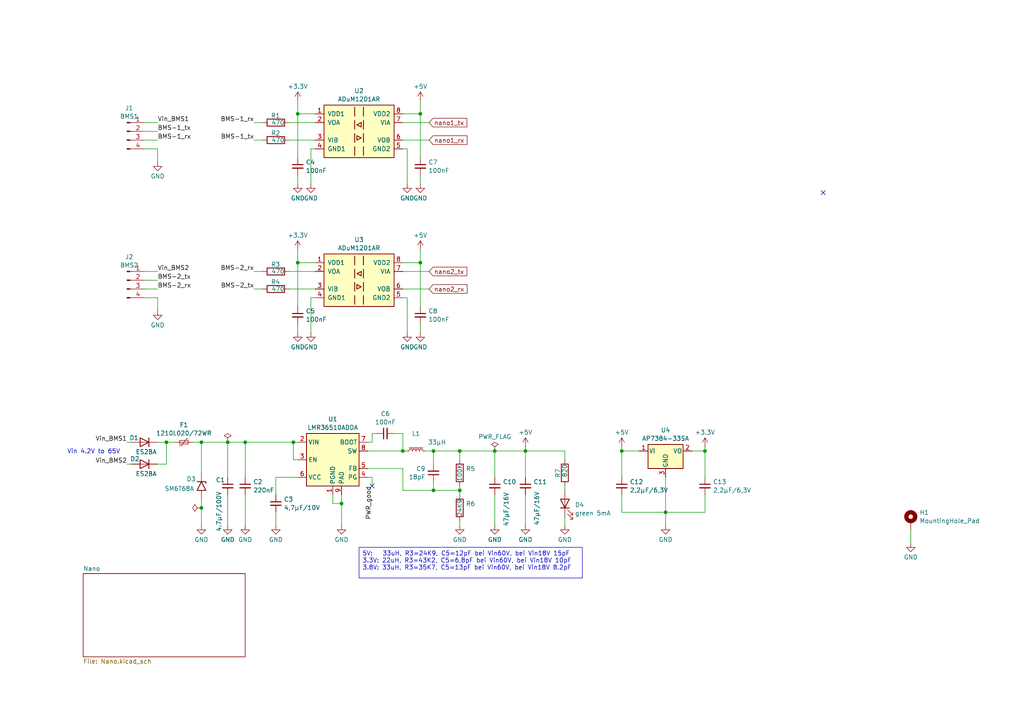
<source format=kicad_sch>
(kicad_sch
	(version 20231120)
	(generator "eeschema")
	(generator_version "8.0")
	(uuid "d82ff742-6f7f-4a3b-883a-5922801ae813")
	(paper "A4")
	(lib_symbols
		(symbol "Connector:Conn_01x04_Pin"
			(pin_names
				(offset 1.016) hide)
			(exclude_from_sim no)
			(in_bom yes)
			(on_board yes)
			(property "Reference" "J"
				(at 0 5.08 0)
				(effects
					(font
						(size 1.27 1.27)
					)
				)
			)
			(property "Value" "Conn_01x04_Pin"
				(at 0 -7.62 0)
				(effects
					(font
						(size 1.27 1.27)
					)
				)
			)
			(property "Footprint" ""
				(at 0 0 0)
				(effects
					(font
						(size 1.27 1.27)
					)
					(hide yes)
				)
			)
			(property "Datasheet" "~"
				(at 0 0 0)
				(effects
					(font
						(size 1.27 1.27)
					)
					(hide yes)
				)
			)
			(property "Description" "Generic connector, single row, 01x04, script generated"
				(at 0 0 0)
				(effects
					(font
						(size 1.27 1.27)
					)
					(hide yes)
				)
			)
			(property "ki_locked" ""
				(at 0 0 0)
				(effects
					(font
						(size 1.27 1.27)
					)
				)
			)
			(property "ki_keywords" "connector"
				(at 0 0 0)
				(effects
					(font
						(size 1.27 1.27)
					)
					(hide yes)
				)
			)
			(property "ki_fp_filters" "Connector*:*_1x??_*"
				(at 0 0 0)
				(effects
					(font
						(size 1.27 1.27)
					)
					(hide yes)
				)
			)
			(symbol "Conn_01x04_Pin_1_1"
				(polyline
					(pts
						(xy 1.27 -5.08) (xy 0.8636 -5.08)
					)
					(stroke
						(width 0.1524)
						(type default)
					)
					(fill
						(type none)
					)
				)
				(polyline
					(pts
						(xy 1.27 -2.54) (xy 0.8636 -2.54)
					)
					(stroke
						(width 0.1524)
						(type default)
					)
					(fill
						(type none)
					)
				)
				(polyline
					(pts
						(xy 1.27 0) (xy 0.8636 0)
					)
					(stroke
						(width 0.1524)
						(type default)
					)
					(fill
						(type none)
					)
				)
				(polyline
					(pts
						(xy 1.27 2.54) (xy 0.8636 2.54)
					)
					(stroke
						(width 0.1524)
						(type default)
					)
					(fill
						(type none)
					)
				)
				(rectangle
					(start 0.8636 -4.953)
					(end 0 -5.207)
					(stroke
						(width 0.1524)
						(type default)
					)
					(fill
						(type outline)
					)
				)
				(rectangle
					(start 0.8636 -2.413)
					(end 0 -2.667)
					(stroke
						(width 0.1524)
						(type default)
					)
					(fill
						(type outline)
					)
				)
				(rectangle
					(start 0.8636 0.127)
					(end 0 -0.127)
					(stroke
						(width 0.1524)
						(type default)
					)
					(fill
						(type outline)
					)
				)
				(rectangle
					(start 0.8636 2.667)
					(end 0 2.413)
					(stroke
						(width 0.1524)
						(type default)
					)
					(fill
						(type outline)
					)
				)
				(pin passive line
					(at 5.08 2.54 180)
					(length 3.81)
					(name "Pin_1"
						(effects
							(font
								(size 1.27 1.27)
							)
						)
					)
					(number "1"
						(effects
							(font
								(size 1.27 1.27)
							)
						)
					)
				)
				(pin passive line
					(at 5.08 0 180)
					(length 3.81)
					(name "Pin_2"
						(effects
							(font
								(size 1.27 1.27)
							)
						)
					)
					(number "2"
						(effects
							(font
								(size 1.27 1.27)
							)
						)
					)
				)
				(pin passive line
					(at 5.08 -2.54 180)
					(length 3.81)
					(name "Pin_3"
						(effects
							(font
								(size 1.27 1.27)
							)
						)
					)
					(number "3"
						(effects
							(font
								(size 1.27 1.27)
							)
						)
					)
				)
				(pin passive line
					(at 5.08 -5.08 180)
					(length 3.81)
					(name "Pin_4"
						(effects
							(font
								(size 1.27 1.27)
							)
						)
					)
					(number "4"
						(effects
							(font
								(size 1.27 1.27)
							)
						)
					)
				)
			)
		)
		(symbol "Device:C_Small"
			(pin_numbers hide)
			(pin_names
				(offset 0.254) hide)
			(exclude_from_sim no)
			(in_bom yes)
			(on_board yes)
			(property "Reference" "C"
				(at 0.254 1.778 0)
				(effects
					(font
						(size 1.27 1.27)
					)
					(justify left)
				)
			)
			(property "Value" "C_Small"
				(at 0.254 -2.032 0)
				(effects
					(font
						(size 1.27 1.27)
					)
					(justify left)
				)
			)
			(property "Footprint" ""
				(at 0 0 0)
				(effects
					(font
						(size 1.27 1.27)
					)
					(hide yes)
				)
			)
			(property "Datasheet" "~"
				(at 0 0 0)
				(effects
					(font
						(size 1.27 1.27)
					)
					(hide yes)
				)
			)
			(property "Description" "Unpolarized capacitor, small symbol"
				(at 0 0 0)
				(effects
					(font
						(size 1.27 1.27)
					)
					(hide yes)
				)
			)
			(property "ki_keywords" "capacitor cap"
				(at 0 0 0)
				(effects
					(font
						(size 1.27 1.27)
					)
					(hide yes)
				)
			)
			(property "ki_fp_filters" "C_*"
				(at 0 0 0)
				(effects
					(font
						(size 1.27 1.27)
					)
					(hide yes)
				)
			)
			(symbol "C_Small_0_1"
				(polyline
					(pts
						(xy -1.524 -0.508) (xy 1.524 -0.508)
					)
					(stroke
						(width 0.3302)
						(type default)
					)
					(fill
						(type none)
					)
				)
				(polyline
					(pts
						(xy -1.524 0.508) (xy 1.524 0.508)
					)
					(stroke
						(width 0.3048)
						(type default)
					)
					(fill
						(type none)
					)
				)
			)
			(symbol "C_Small_1_1"
				(pin passive line
					(at 0 2.54 270)
					(length 2.032)
					(name "~"
						(effects
							(font
								(size 1.27 1.27)
							)
						)
					)
					(number "1"
						(effects
							(font
								(size 1.27 1.27)
							)
						)
					)
				)
				(pin passive line
					(at 0 -2.54 90)
					(length 2.032)
					(name "~"
						(effects
							(font
								(size 1.27 1.27)
							)
						)
					)
					(number "2"
						(effects
							(font
								(size 1.27 1.27)
							)
						)
					)
				)
			)
		)
		(symbol "Device:D"
			(pin_numbers hide)
			(pin_names
				(offset 1.016) hide)
			(exclude_from_sim no)
			(in_bom yes)
			(on_board yes)
			(property "Reference" "D"
				(at 0 2.54 0)
				(effects
					(font
						(size 1.27 1.27)
					)
				)
			)
			(property "Value" "D"
				(at 0 -2.54 0)
				(effects
					(font
						(size 1.27 1.27)
					)
				)
			)
			(property "Footprint" ""
				(at 0 0 0)
				(effects
					(font
						(size 1.27 1.27)
					)
					(hide yes)
				)
			)
			(property "Datasheet" "~"
				(at 0 0 0)
				(effects
					(font
						(size 1.27 1.27)
					)
					(hide yes)
				)
			)
			(property "Description" "Diode"
				(at 0 0 0)
				(effects
					(font
						(size 1.27 1.27)
					)
					(hide yes)
				)
			)
			(property "Sim.Device" "D"
				(at 0 0 0)
				(effects
					(font
						(size 1.27 1.27)
					)
					(hide yes)
				)
			)
			(property "Sim.Pins" "1=K 2=A"
				(at 0 0 0)
				(effects
					(font
						(size 1.27 1.27)
					)
					(hide yes)
				)
			)
			(property "ki_keywords" "diode"
				(at 0 0 0)
				(effects
					(font
						(size 1.27 1.27)
					)
					(hide yes)
				)
			)
			(property "ki_fp_filters" "TO-???* *_Diode_* *SingleDiode* D_*"
				(at 0 0 0)
				(effects
					(font
						(size 1.27 1.27)
					)
					(hide yes)
				)
			)
			(symbol "D_0_1"
				(polyline
					(pts
						(xy -1.27 1.27) (xy -1.27 -1.27)
					)
					(stroke
						(width 0.254)
						(type default)
					)
					(fill
						(type none)
					)
				)
				(polyline
					(pts
						(xy 1.27 0) (xy -1.27 0)
					)
					(stroke
						(width 0)
						(type default)
					)
					(fill
						(type none)
					)
				)
				(polyline
					(pts
						(xy 1.27 1.27) (xy 1.27 -1.27) (xy -1.27 0) (xy 1.27 1.27)
					)
					(stroke
						(width 0.254)
						(type default)
					)
					(fill
						(type none)
					)
				)
			)
			(symbol "D_1_1"
				(pin passive line
					(at -3.81 0 0)
					(length 2.54)
					(name "K"
						(effects
							(font
								(size 1.27 1.27)
							)
						)
					)
					(number "1"
						(effects
							(font
								(size 1.27 1.27)
							)
						)
					)
				)
				(pin passive line
					(at 3.81 0 180)
					(length 2.54)
					(name "A"
						(effects
							(font
								(size 1.27 1.27)
							)
						)
					)
					(number "2"
						(effects
							(font
								(size 1.27 1.27)
							)
						)
					)
				)
			)
		)
		(symbol "Device:LED"
			(pin_numbers hide)
			(pin_names
				(offset 1.016) hide)
			(exclude_from_sim no)
			(in_bom yes)
			(on_board yes)
			(property "Reference" "D"
				(at 0 2.54 0)
				(effects
					(font
						(size 1.27 1.27)
					)
				)
			)
			(property "Value" "LED"
				(at 0 -2.54 0)
				(effects
					(font
						(size 1.27 1.27)
					)
				)
			)
			(property "Footprint" ""
				(at 0 0 0)
				(effects
					(font
						(size 1.27 1.27)
					)
					(hide yes)
				)
			)
			(property "Datasheet" "~"
				(at 0 0 0)
				(effects
					(font
						(size 1.27 1.27)
					)
					(hide yes)
				)
			)
			(property "Description" "Light emitting diode"
				(at 0 0 0)
				(effects
					(font
						(size 1.27 1.27)
					)
					(hide yes)
				)
			)
			(property "ki_keywords" "LED diode"
				(at 0 0 0)
				(effects
					(font
						(size 1.27 1.27)
					)
					(hide yes)
				)
			)
			(property "ki_fp_filters" "LED* LED_SMD:* LED_THT:*"
				(at 0 0 0)
				(effects
					(font
						(size 1.27 1.27)
					)
					(hide yes)
				)
			)
			(symbol "LED_0_1"
				(polyline
					(pts
						(xy -1.27 -1.27) (xy -1.27 1.27)
					)
					(stroke
						(width 0.254)
						(type default)
					)
					(fill
						(type none)
					)
				)
				(polyline
					(pts
						(xy -1.27 0) (xy 1.27 0)
					)
					(stroke
						(width 0)
						(type default)
					)
					(fill
						(type none)
					)
				)
				(polyline
					(pts
						(xy 1.27 -1.27) (xy 1.27 1.27) (xy -1.27 0) (xy 1.27 -1.27)
					)
					(stroke
						(width 0.254)
						(type default)
					)
					(fill
						(type none)
					)
				)
				(polyline
					(pts
						(xy -3.048 -0.762) (xy -4.572 -2.286) (xy -3.81 -2.286) (xy -4.572 -2.286) (xy -4.572 -1.524)
					)
					(stroke
						(width 0)
						(type default)
					)
					(fill
						(type none)
					)
				)
				(polyline
					(pts
						(xy -1.778 -0.762) (xy -3.302 -2.286) (xy -2.54 -2.286) (xy -3.302 -2.286) (xy -3.302 -1.524)
					)
					(stroke
						(width 0)
						(type default)
					)
					(fill
						(type none)
					)
				)
			)
			(symbol "LED_1_1"
				(pin passive line
					(at -3.81 0 0)
					(length 2.54)
					(name "K"
						(effects
							(font
								(size 1.27 1.27)
							)
						)
					)
					(number "1"
						(effects
							(font
								(size 1.27 1.27)
							)
						)
					)
				)
				(pin passive line
					(at 3.81 0 180)
					(length 2.54)
					(name "A"
						(effects
							(font
								(size 1.27 1.27)
							)
						)
					)
					(number "2"
						(effects
							(font
								(size 1.27 1.27)
							)
						)
					)
				)
			)
		)
		(symbol "Device:L_Ferrite_Small"
			(pin_numbers hide)
			(pin_names
				(offset 0.254) hide)
			(exclude_from_sim no)
			(in_bom yes)
			(on_board yes)
			(property "Reference" "L"
				(at 1.27 1.016 0)
				(effects
					(font
						(size 1.27 1.27)
					)
					(justify left)
				)
			)
			(property "Value" "L_Ferrite_Small"
				(at 1.27 -1.27 0)
				(effects
					(font
						(size 1.27 1.27)
					)
					(justify left)
				)
			)
			(property "Footprint" ""
				(at 0 0 0)
				(effects
					(font
						(size 1.27 1.27)
					)
					(hide yes)
				)
			)
			(property "Datasheet" "~"
				(at 0 0 0)
				(effects
					(font
						(size 1.27 1.27)
					)
					(hide yes)
				)
			)
			(property "Description" "Inductor with ferrite core, small symbol"
				(at 0 0 0)
				(effects
					(font
						(size 1.27 1.27)
					)
					(hide yes)
				)
			)
			(property "ki_keywords" "inductor choke coil reactor magnetic"
				(at 0 0 0)
				(effects
					(font
						(size 1.27 1.27)
					)
					(hide yes)
				)
			)
			(property "ki_fp_filters" "Choke_* *Coil* Inductor_* L_*"
				(at 0 0 0)
				(effects
					(font
						(size 1.27 1.27)
					)
					(hide yes)
				)
			)
			(symbol "L_Ferrite_Small_0_1"
				(arc
					(start 0 -2.032)
					(mid 0.5058 -1.524)
					(end 0 -1.016)
					(stroke
						(width 0)
						(type default)
					)
					(fill
						(type none)
					)
				)
				(arc
					(start 0 -1.016)
					(mid 0.5058 -0.508)
					(end 0 0)
					(stroke
						(width 0)
						(type default)
					)
					(fill
						(type none)
					)
				)
				(polyline
					(pts
						(xy 0.762 -1.905) (xy 0.762 -1.651)
					)
					(stroke
						(width 0)
						(type default)
					)
					(fill
						(type none)
					)
				)
				(polyline
					(pts
						(xy 0.762 -1.397) (xy 0.762 -1.143)
					)
					(stroke
						(width 0)
						(type default)
					)
					(fill
						(type none)
					)
				)
				(polyline
					(pts
						(xy 0.762 -0.889) (xy 0.762 -0.635)
					)
					(stroke
						(width 0)
						(type default)
					)
					(fill
						(type none)
					)
				)
				(polyline
					(pts
						(xy 0.762 -0.381) (xy 0.762 -0.127)
					)
					(stroke
						(width 0)
						(type default)
					)
					(fill
						(type none)
					)
				)
				(polyline
					(pts
						(xy 0.762 0.127) (xy 0.762 0.381)
					)
					(stroke
						(width 0)
						(type default)
					)
					(fill
						(type none)
					)
				)
				(polyline
					(pts
						(xy 0.762 0.635) (xy 0.762 0.889)
					)
					(stroke
						(width 0)
						(type default)
					)
					(fill
						(type none)
					)
				)
				(polyline
					(pts
						(xy 0.762 1.143) (xy 0.762 1.397)
					)
					(stroke
						(width 0)
						(type default)
					)
					(fill
						(type none)
					)
				)
				(polyline
					(pts
						(xy 0.762 1.651) (xy 0.762 1.905)
					)
					(stroke
						(width 0)
						(type default)
					)
					(fill
						(type none)
					)
				)
				(polyline
					(pts
						(xy 1.016 -1.651) (xy 1.016 -1.905)
					)
					(stroke
						(width 0)
						(type default)
					)
					(fill
						(type none)
					)
				)
				(polyline
					(pts
						(xy 1.016 -1.143) (xy 1.016 -1.397)
					)
					(stroke
						(width 0)
						(type default)
					)
					(fill
						(type none)
					)
				)
				(polyline
					(pts
						(xy 1.016 -0.635) (xy 1.016 -0.889)
					)
					(stroke
						(width 0)
						(type default)
					)
					(fill
						(type none)
					)
				)
				(polyline
					(pts
						(xy 1.016 -0.127) (xy 1.016 -0.381)
					)
					(stroke
						(width 0)
						(type default)
					)
					(fill
						(type none)
					)
				)
				(polyline
					(pts
						(xy 1.016 0.381) (xy 1.016 0.127)
					)
					(stroke
						(width 0)
						(type default)
					)
					(fill
						(type none)
					)
				)
				(polyline
					(pts
						(xy 1.016 0.889) (xy 1.016 0.635)
					)
					(stroke
						(width 0)
						(type default)
					)
					(fill
						(type none)
					)
				)
				(polyline
					(pts
						(xy 1.016 1.397) (xy 1.016 1.143)
					)
					(stroke
						(width 0)
						(type default)
					)
					(fill
						(type none)
					)
				)
				(polyline
					(pts
						(xy 1.016 1.905) (xy 1.016 1.651)
					)
					(stroke
						(width 0)
						(type default)
					)
					(fill
						(type none)
					)
				)
				(arc
					(start 0 0)
					(mid 0.5058 0.508)
					(end 0 1.016)
					(stroke
						(width 0)
						(type default)
					)
					(fill
						(type none)
					)
				)
				(arc
					(start 0 1.016)
					(mid 0.5058 1.524)
					(end 0 2.032)
					(stroke
						(width 0)
						(type default)
					)
					(fill
						(type none)
					)
				)
			)
			(symbol "L_Ferrite_Small_1_1"
				(pin passive line
					(at 0 2.54 270)
					(length 0.508)
					(name "~"
						(effects
							(font
								(size 1.27 1.27)
							)
						)
					)
					(number "1"
						(effects
							(font
								(size 1.27 1.27)
							)
						)
					)
				)
				(pin passive line
					(at 0 -2.54 90)
					(length 0.508)
					(name "~"
						(effects
							(font
								(size 1.27 1.27)
							)
						)
					)
					(number "2"
						(effects
							(font
								(size 1.27 1.27)
							)
						)
					)
				)
			)
		)
		(symbol "Device:Polyfuse_Small"
			(pin_numbers hide)
			(pin_names
				(offset 0)
			)
			(exclude_from_sim no)
			(in_bom yes)
			(on_board yes)
			(property "Reference" "F"
				(at -1.905 0 90)
				(effects
					(font
						(size 1.27 1.27)
					)
				)
			)
			(property "Value" "Polyfuse_Small"
				(at 1.905 0 90)
				(effects
					(font
						(size 1.27 1.27)
					)
				)
			)
			(property "Footprint" ""
				(at 1.27 -5.08 0)
				(effects
					(font
						(size 1.27 1.27)
					)
					(justify left)
					(hide yes)
				)
			)
			(property "Datasheet" "~"
				(at 0 0 0)
				(effects
					(font
						(size 1.27 1.27)
					)
					(hide yes)
				)
			)
			(property "Description" "Resettable fuse, polymeric positive temperature coefficient, small symbol"
				(at 0 0 0)
				(effects
					(font
						(size 1.27 1.27)
					)
					(hide yes)
				)
			)
			(property "ki_keywords" "resettable fuse PTC PPTC polyfuse polyswitch"
				(at 0 0 0)
				(effects
					(font
						(size 1.27 1.27)
					)
					(hide yes)
				)
			)
			(property "ki_fp_filters" "*polyfuse* *PTC*"
				(at 0 0 0)
				(effects
					(font
						(size 1.27 1.27)
					)
					(hide yes)
				)
			)
			(symbol "Polyfuse_Small_0_1"
				(rectangle
					(start -0.508 1.27)
					(end 0.508 -1.27)
					(stroke
						(width 0)
						(type default)
					)
					(fill
						(type none)
					)
				)
				(polyline
					(pts
						(xy 0 2.54) (xy 0 -2.54)
					)
					(stroke
						(width 0)
						(type default)
					)
					(fill
						(type none)
					)
				)
				(polyline
					(pts
						(xy -1.016 1.27) (xy -1.016 0.762) (xy 1.016 -0.762) (xy 1.016 -1.27)
					)
					(stroke
						(width 0)
						(type default)
					)
					(fill
						(type none)
					)
				)
			)
			(symbol "Polyfuse_Small_1_1"
				(pin passive line
					(at 0 2.54 270)
					(length 0.635)
					(name "~"
						(effects
							(font
								(size 1.27 1.27)
							)
						)
					)
					(number "1"
						(effects
							(font
								(size 1.27 1.27)
							)
						)
					)
				)
				(pin passive line
					(at 0 -2.54 90)
					(length 0.635)
					(name "~"
						(effects
							(font
								(size 1.27 1.27)
							)
						)
					)
					(number "2"
						(effects
							(font
								(size 1.27 1.27)
							)
						)
					)
				)
			)
		)
		(symbol "Device:R"
			(pin_numbers hide)
			(pin_names
				(offset 0)
			)
			(exclude_from_sim no)
			(in_bom yes)
			(on_board yes)
			(property "Reference" "R"
				(at 2.032 0 90)
				(effects
					(font
						(size 1.27 1.27)
					)
				)
			)
			(property "Value" "R"
				(at 0 0 90)
				(effects
					(font
						(size 1.27 1.27)
					)
				)
			)
			(property "Footprint" ""
				(at -1.778 0 90)
				(effects
					(font
						(size 1.27 1.27)
					)
					(hide yes)
				)
			)
			(property "Datasheet" "~"
				(at 0 0 0)
				(effects
					(font
						(size 1.27 1.27)
					)
					(hide yes)
				)
			)
			(property "Description" "Resistor"
				(at 0 0 0)
				(effects
					(font
						(size 1.27 1.27)
					)
					(hide yes)
				)
			)
			(property "ki_keywords" "R res resistor"
				(at 0 0 0)
				(effects
					(font
						(size 1.27 1.27)
					)
					(hide yes)
				)
			)
			(property "ki_fp_filters" "R_*"
				(at 0 0 0)
				(effects
					(font
						(size 1.27 1.27)
					)
					(hide yes)
				)
			)
			(symbol "R_0_1"
				(rectangle
					(start -1.016 -2.54)
					(end 1.016 2.54)
					(stroke
						(width 0.254)
						(type default)
					)
					(fill
						(type none)
					)
				)
			)
			(symbol "R_1_1"
				(pin passive line
					(at 0 3.81 270)
					(length 1.27)
					(name "~"
						(effects
							(font
								(size 1.27 1.27)
							)
						)
					)
					(number "1"
						(effects
							(font
								(size 1.27 1.27)
							)
						)
					)
				)
				(pin passive line
					(at 0 -3.81 90)
					(length 1.27)
					(name "~"
						(effects
							(font
								(size 1.27 1.27)
							)
						)
					)
					(number "2"
						(effects
							(font
								(size 1.27 1.27)
							)
						)
					)
				)
			)
		)
		(symbol "Diode:SM6T68A"
			(pin_numbers hide)
			(pin_names
				(offset 1.016) hide)
			(exclude_from_sim no)
			(in_bom yes)
			(on_board yes)
			(property "Reference" "D"
				(at 0 2.54 0)
				(effects
					(font
						(size 1.27 1.27)
					)
				)
			)
			(property "Value" "SM6T68A"
				(at 0 -2.54 0)
				(effects
					(font
						(size 1.27 1.27)
					)
				)
			)
			(property "Footprint" "Diode_SMD:D_SMB"
				(at 0 -5.08 0)
				(effects
					(font
						(size 1.27 1.27)
					)
					(hide yes)
				)
			)
			(property "Datasheet" "https://www.st.com/resource/en/datasheet/sm6t.pdf"
				(at -1.27 0 0)
				(effects
					(font
						(size 1.27 1.27)
					)
					(hide yes)
				)
			)
			(property "Description" "600W unidirectional Transil Transient Voltage Suppressor, 68Vrwm, DO-214AA"
				(at 0 0 0)
				(effects
					(font
						(size 1.27 1.27)
					)
					(hide yes)
				)
			)
			(property "ki_keywords" "diode TVS voltage suppressor"
				(at 0 0 0)
				(effects
					(font
						(size 1.27 1.27)
					)
					(hide yes)
				)
			)
			(property "ki_fp_filters" "D*SMB*"
				(at 0 0 0)
				(effects
					(font
						(size 1.27 1.27)
					)
					(hide yes)
				)
			)
			(symbol "SM6T68A_0_1"
				(polyline
					(pts
						(xy -0.762 1.27) (xy -1.27 1.27) (xy -1.27 -1.27)
					)
					(stroke
						(width 0.254)
						(type default)
					)
					(fill
						(type none)
					)
				)
				(polyline
					(pts
						(xy 1.27 1.27) (xy 1.27 -1.27) (xy -1.27 0) (xy 1.27 1.27)
					)
					(stroke
						(width 0.254)
						(type default)
					)
					(fill
						(type none)
					)
				)
			)
			(symbol "SM6T68A_1_1"
				(pin passive line
					(at -3.81 0 0)
					(length 2.54)
					(name "A1"
						(effects
							(font
								(size 1.27 1.27)
							)
						)
					)
					(number "1"
						(effects
							(font
								(size 1.27 1.27)
							)
						)
					)
				)
				(pin passive line
					(at 3.81 0 180)
					(length 2.54)
					(name "A2"
						(effects
							(font
								(size 1.27 1.27)
							)
						)
					)
					(number "2"
						(effects
							(font
								(size 1.27 1.27)
							)
						)
					)
				)
			)
		)
		(symbol "Isolator:ADuM1201AR"
			(pin_names
				(offset 1.016)
			)
			(exclude_from_sim no)
			(in_bom yes)
			(on_board yes)
			(property "Reference" "U"
				(at -10.16 8.89 0)
				(effects
					(font
						(size 1.27 1.27)
					)
					(justify left)
				)
			)
			(property "Value" "ADuM1201AR"
				(at -2.032 8.89 0)
				(effects
					(font
						(size 1.27 1.27)
					)
					(justify left)
				)
			)
			(property "Footprint" "Package_SO:SOIC-8_3.9x4.9mm_P1.27mm"
				(at 0 -10.16 0)
				(effects
					(font
						(size 1.27 1.27)
						(italic yes)
					)
					(hide yes)
				)
			)
			(property "Datasheet" "https://www.analog.com/media/en/technical-documentation/data-sheets/ADuM1200_1201.pdf"
				(at 0 -2.54 0)
				(effects
					(font
						(size 1.27 1.27)
					)
					(hide yes)
				)
			)
			(property "Description" "Dual-channel digital isolator, bidirectional communication, 3V/5V level translation, SOIC-8"
				(at 0 0 0)
				(effects
					(font
						(size 1.27 1.27)
					)
					(hide yes)
				)
			)
			(property "ki_keywords" "Dual-channel digital isolator"
				(at 0 0 0)
				(effects
					(font
						(size 1.27 1.27)
					)
					(hide yes)
				)
			)
			(property "ki_fp_filters" "SOIC*3.9x4.9mm*P1.27mm*"
				(at 0 0 0)
				(effects
					(font
						(size 1.27 1.27)
					)
					(hide yes)
				)
			)
			(symbol "ADuM1201AR_0_1"
				(rectangle
					(start -10.16 7.62)
					(end 10.16 -7.62)
					(stroke
						(width 0.254)
						(type default)
					)
					(fill
						(type background)
					)
				)
				(polyline
					(pts
						(xy -1.27 -4.445) (xy -1.27 -6.985)
					)
					(stroke
						(width 0.254)
						(type default)
					)
					(fill
						(type none)
					)
				)
				(polyline
					(pts
						(xy -1.27 -0.635) (xy -1.27 -3.175)
					)
					(stroke
						(width 0.254)
						(type default)
					)
					(fill
						(type none)
					)
				)
				(polyline
					(pts
						(xy -1.27 3.175) (xy -1.27 0.635)
					)
					(stroke
						(width 0.254)
						(type default)
					)
					(fill
						(type none)
					)
				)
				(polyline
					(pts
						(xy -1.27 6.985) (xy -1.27 4.445)
					)
					(stroke
						(width 0.254)
						(type default)
					)
					(fill
						(type none)
					)
				)
				(polyline
					(pts
						(xy 1.27 -4.445) (xy 1.27 -6.985)
					)
					(stroke
						(width 0.254)
						(type default)
					)
					(fill
						(type none)
					)
				)
				(polyline
					(pts
						(xy 1.27 -0.635) (xy 1.27 -3.175)
					)
					(stroke
						(width 0.254)
						(type default)
					)
					(fill
						(type none)
					)
				)
				(polyline
					(pts
						(xy 1.27 3.175) (xy 1.27 0.635)
					)
					(stroke
						(width 0.254)
						(type default)
					)
					(fill
						(type none)
					)
				)
				(polyline
					(pts
						(xy 1.27 6.985) (xy 1.27 4.445)
					)
					(stroke
						(width 0.254)
						(type default)
					)
					(fill
						(type none)
					)
				)
				(polyline
					(pts
						(xy -0.635 -1.27) (xy -0.635 -2.54) (xy 0.635 -1.905) (xy -0.635 -1.27)
					)
					(stroke
						(width 0.254)
						(type default)
					)
					(fill
						(type none)
					)
				)
				(polyline
					(pts
						(xy 0.635 2.54) (xy 0.635 1.27) (xy -0.635 1.905) (xy 0.635 2.54)
					)
					(stroke
						(width 0.254)
						(type default)
					)
					(fill
						(type none)
					)
				)
			)
			(symbol "ADuM1201AR_1_1"
				(pin power_in line
					(at -12.7 5.08 0)
					(length 2.54)
					(name "VDD1"
						(effects
							(font
								(size 1.27 1.27)
							)
						)
					)
					(number "1"
						(effects
							(font
								(size 1.27 1.27)
							)
						)
					)
				)
				(pin output line
					(at -12.7 2.54 0)
					(length 2.54)
					(name "VOA"
						(effects
							(font
								(size 1.27 1.27)
							)
						)
					)
					(number "2"
						(effects
							(font
								(size 1.27 1.27)
							)
						)
					)
				)
				(pin input line
					(at -12.7 -2.54 0)
					(length 2.54)
					(name "VIB"
						(effects
							(font
								(size 1.27 1.27)
							)
						)
					)
					(number "3"
						(effects
							(font
								(size 1.27 1.27)
							)
						)
					)
				)
				(pin power_in line
					(at -12.7 -5.08 0)
					(length 2.54)
					(name "GND1"
						(effects
							(font
								(size 1.27 1.27)
							)
						)
					)
					(number "4"
						(effects
							(font
								(size 1.27 1.27)
							)
						)
					)
				)
				(pin power_in line
					(at 12.7 -5.08 180)
					(length 2.54)
					(name "GND2"
						(effects
							(font
								(size 1.27 1.27)
							)
						)
					)
					(number "5"
						(effects
							(font
								(size 1.27 1.27)
							)
						)
					)
				)
				(pin output line
					(at 12.7 -2.54 180)
					(length 2.54)
					(name "VOB"
						(effects
							(font
								(size 1.27 1.27)
							)
						)
					)
					(number "6"
						(effects
							(font
								(size 1.27 1.27)
							)
						)
					)
				)
				(pin input line
					(at 12.7 2.54 180)
					(length 2.54)
					(name "VIA"
						(effects
							(font
								(size 1.27 1.27)
							)
						)
					)
					(number "7"
						(effects
							(font
								(size 1.27 1.27)
							)
						)
					)
				)
				(pin power_in line
					(at 12.7 5.08 180)
					(length 2.54)
					(name "VDD2"
						(effects
							(font
								(size 1.27 1.27)
							)
						)
					)
					(number "8"
						(effects
							(font
								(size 1.27 1.27)
							)
						)
					)
				)
			)
		)
		(symbol "Mechanical:MountingHole_Pad"
			(pin_numbers hide)
			(pin_names
				(offset 1.016) hide)
			(exclude_from_sim no)
			(in_bom yes)
			(on_board yes)
			(property "Reference" "H"
				(at 0 6.35 0)
				(effects
					(font
						(size 1.27 1.27)
					)
				)
			)
			(property "Value" "MountingHole_Pad"
				(at 0 4.445 0)
				(effects
					(font
						(size 1.27 1.27)
					)
				)
			)
			(property "Footprint" ""
				(at 0 0 0)
				(effects
					(font
						(size 1.27 1.27)
					)
					(hide yes)
				)
			)
			(property "Datasheet" "~"
				(at 0 0 0)
				(effects
					(font
						(size 1.27 1.27)
					)
					(hide yes)
				)
			)
			(property "Description" "Mounting Hole with connection"
				(at 0 0 0)
				(effects
					(font
						(size 1.27 1.27)
					)
					(hide yes)
				)
			)
			(property "ki_keywords" "mounting hole"
				(at 0 0 0)
				(effects
					(font
						(size 1.27 1.27)
					)
					(hide yes)
				)
			)
			(property "ki_fp_filters" "MountingHole*Pad*"
				(at 0 0 0)
				(effects
					(font
						(size 1.27 1.27)
					)
					(hide yes)
				)
			)
			(symbol "MountingHole_Pad_0_1"
				(circle
					(center 0 1.27)
					(radius 1.27)
					(stroke
						(width 1.27)
						(type default)
					)
					(fill
						(type none)
					)
				)
			)
			(symbol "MountingHole_Pad_1_1"
				(pin input line
					(at 0 -2.54 90)
					(length 2.54)
					(name "1"
						(effects
							(font
								(size 1.27 1.27)
							)
						)
					)
					(number "1"
						(effects
							(font
								(size 1.27 1.27)
							)
						)
					)
				)
			)
		)
		(symbol "Regulator_Linear:AP7384-33SA"
			(pin_names
				(offset 0.254)
			)
			(exclude_from_sim no)
			(in_bom yes)
			(on_board yes)
			(property "Reference" "U"
				(at -3.81 3.175 0)
				(effects
					(font
						(size 1.27 1.27)
					)
				)
			)
			(property "Value" "AP7384-33SA"
				(at 0 3.175 0)
				(effects
					(font
						(size 1.27 1.27)
					)
					(justify left)
				)
			)
			(property "Footprint" "Package_TO_SOT_SMD:SOT-23"
				(at 0 5.715 0)
				(effects
					(font
						(size 1.27 1.27)
						(italic yes)
					)
					(hide yes)
				)
			)
			(property "Datasheet" "https://www.diodes.com/assets/Datasheets/AP7384.pdf"
				(at 0 -1.27 0)
				(effects
					(font
						(size 1.27 1.27)
					)
					(hide yes)
				)
			)
			(property "Description" "50mA Low Dropout Voltage Regulator, Fixed Output 3.3V, Wide Input Voltage Range 40V, SOT-23"
				(at 0 0 0)
				(effects
					(font
						(size 1.27 1.27)
					)
					(hide yes)
				)
			)
			(property "ki_keywords" "50mA LDO Regulator Fixed Positive"
				(at 0 0 0)
				(effects
					(font
						(size 1.27 1.27)
					)
					(hide yes)
				)
			)
			(property "ki_fp_filters" "SOT?23*"
				(at 0 0 0)
				(effects
					(font
						(size 1.27 1.27)
					)
					(hide yes)
				)
			)
			(symbol "AP7384-33SA_0_1"
				(rectangle
					(start -5.08 1.905)
					(end 5.08 -5.08)
					(stroke
						(width 0.254)
						(type default)
					)
					(fill
						(type background)
					)
				)
			)
			(symbol "AP7384-33SA_1_1"
				(pin power_in line
					(at -7.62 0 0)
					(length 2.54)
					(name "VI"
						(effects
							(font
								(size 1.27 1.27)
							)
						)
					)
					(number "1"
						(effects
							(font
								(size 1.27 1.27)
							)
						)
					)
				)
				(pin power_out line
					(at 7.62 0 180)
					(length 2.54)
					(name "VO"
						(effects
							(font
								(size 1.27 1.27)
							)
						)
					)
					(number "2"
						(effects
							(font
								(size 1.27 1.27)
							)
						)
					)
				)
				(pin power_in line
					(at 0 -7.62 90)
					(length 2.54)
					(name "GND"
						(effects
							(font
								(size 1.27 1.27)
							)
						)
					)
					(number "3"
						(effects
							(font
								(size 1.27 1.27)
							)
						)
					)
				)
			)
		)
		(symbol "Regulator_Switching:LMR36510ADDA"
			(exclude_from_sim no)
			(in_bom yes)
			(on_board yes)
			(property "Reference" "U"
				(at 0 11.43 0)
				(effects
					(font
						(size 1.27 1.27)
					)
				)
			)
			(property "Value" "LMR36510ADDA"
				(at 0 8.89 0)
				(effects
					(font
						(size 1.27 1.27)
					)
				)
			)
			(property "Footprint" "Package_SO:Texas_HTSOP-8-1EP_3.9x4.9mm_P1.27mm_EP2.95x4.9mm_Mask2.4x3.1mm_ThermalVias"
				(at 0 -20.32 0)
				(effects
					(font
						(size 1.27 1.27)
					)
					(hide yes)
				)
			)
			(property "Datasheet" "http://www.ti.com/lit/ds/symlink/lmr36510.pdf"
				(at 0 -1.27 0)
				(effects
					(font
						(size 1.27 1.27)
					)
					(hide yes)
				)
			)
			(property "Description" "Simple Switcher Synchronous Buck Regulator, Vin=4.2-65V, Iout=1A, F=400kHz, Adjustable output voltage, HSOP-8"
				(at 0 0 0)
				(effects
					(font
						(size 1.27 1.27)
					)
					(hide yes)
				)
			)
			(property "ki_keywords" "synchronous buck step-down"
				(at 0 0 0)
				(effects
					(font
						(size 1.27 1.27)
					)
					(hide yes)
				)
			)
			(property "ki_fp_filters" "Texas*HTSOP*1EP*3.9x4.9mm*P1.27mm*EP2.95x4.9mm*Mask2.4x3.1mm*"
				(at 0 0 0)
				(effects
					(font
						(size 1.27 1.27)
					)
					(hide yes)
				)
			)
			(symbol "LMR36510ADDA_0_1"
				(rectangle
					(start -7.62 7.62)
					(end 7.62 -7.62)
					(stroke
						(width 0.254)
						(type default)
					)
					(fill
						(type background)
					)
				)
			)
			(symbol "LMR36510ADDA_1_1"
				(pin power_in line
					(at 0 -10.16 90)
					(length 2.54)
					(name "PGND"
						(effects
							(font
								(size 1.27 1.27)
							)
						)
					)
					(number "1"
						(effects
							(font
								(size 1.27 1.27)
							)
						)
					)
				)
				(pin power_in line
					(at -10.16 5.08 0)
					(length 2.54)
					(name "VIN"
						(effects
							(font
								(size 1.27 1.27)
							)
						)
					)
					(number "2"
						(effects
							(font
								(size 1.27 1.27)
							)
						)
					)
				)
				(pin input line
					(at -10.16 0 0)
					(length 2.54)
					(name "EN"
						(effects
							(font
								(size 1.27 1.27)
							)
						)
					)
					(number "3"
						(effects
							(font
								(size 1.27 1.27)
							)
						)
					)
				)
				(pin open_collector line
					(at 10.16 -5.08 180)
					(length 2.54)
					(name "PG"
						(effects
							(font
								(size 1.27 1.27)
							)
						)
					)
					(number "4"
						(effects
							(font
								(size 1.27 1.27)
							)
						)
					)
				)
				(pin input line
					(at 10.16 -2.54 180)
					(length 2.54)
					(name "FB"
						(effects
							(font
								(size 1.27 1.27)
							)
						)
					)
					(number "5"
						(effects
							(font
								(size 1.27 1.27)
							)
						)
					)
				)
				(pin power_out line
					(at -10.16 -5.08 0)
					(length 2.54)
					(name "VCC"
						(effects
							(font
								(size 1.27 1.27)
							)
						)
					)
					(number "6"
						(effects
							(font
								(size 1.27 1.27)
							)
						)
					)
				)
				(pin input line
					(at 10.16 5.08 180)
					(length 2.54)
					(name "BOOT"
						(effects
							(font
								(size 1.27 1.27)
							)
						)
					)
					(number "7"
						(effects
							(font
								(size 1.27 1.27)
							)
						)
					)
				)
				(pin output line
					(at 10.16 2.54 180)
					(length 2.54)
					(name "SW"
						(effects
							(font
								(size 1.27 1.27)
							)
						)
					)
					(number "8"
						(effects
							(font
								(size 1.27 1.27)
							)
						)
					)
				)
				(pin power_in line
					(at 2.54 -10.16 90)
					(length 2.54)
					(name "PAD"
						(effects
							(font
								(size 1.27 1.27)
							)
						)
					)
					(number "9"
						(effects
							(font
								(size 1.27 1.27)
							)
						)
					)
				)
			)
		)
		(symbol "power:+3.3V"
			(power)
			(pin_numbers hide)
			(pin_names
				(offset 0) hide)
			(exclude_from_sim no)
			(in_bom yes)
			(on_board yes)
			(property "Reference" "#PWR"
				(at 0 -3.81 0)
				(effects
					(font
						(size 1.27 1.27)
					)
					(hide yes)
				)
			)
			(property "Value" "+3.3V"
				(at 0 3.556 0)
				(effects
					(font
						(size 1.27 1.27)
					)
				)
			)
			(property "Footprint" ""
				(at 0 0 0)
				(effects
					(font
						(size 1.27 1.27)
					)
					(hide yes)
				)
			)
			(property "Datasheet" ""
				(at 0 0 0)
				(effects
					(font
						(size 1.27 1.27)
					)
					(hide yes)
				)
			)
			(property "Description" "Power symbol creates a global label with name \"+3.3V\""
				(at 0 0 0)
				(effects
					(font
						(size 1.27 1.27)
					)
					(hide yes)
				)
			)
			(property "ki_keywords" "global power"
				(at 0 0 0)
				(effects
					(font
						(size 1.27 1.27)
					)
					(hide yes)
				)
			)
			(symbol "+3.3V_0_1"
				(polyline
					(pts
						(xy -0.762 1.27) (xy 0 2.54)
					)
					(stroke
						(width 0)
						(type default)
					)
					(fill
						(type none)
					)
				)
				(polyline
					(pts
						(xy 0 0) (xy 0 2.54)
					)
					(stroke
						(width 0)
						(type default)
					)
					(fill
						(type none)
					)
				)
				(polyline
					(pts
						(xy 0 2.54) (xy 0.762 1.27)
					)
					(stroke
						(width 0)
						(type default)
					)
					(fill
						(type none)
					)
				)
			)
			(symbol "+3.3V_1_1"
				(pin power_in line
					(at 0 0 90)
					(length 0)
					(name "~"
						(effects
							(font
								(size 1.27 1.27)
							)
						)
					)
					(number "1"
						(effects
							(font
								(size 1.27 1.27)
							)
						)
					)
				)
			)
		)
		(symbol "power:GND"
			(power)
			(pin_numbers hide)
			(pin_names
				(offset 0) hide)
			(exclude_from_sim no)
			(in_bom yes)
			(on_board yes)
			(property "Reference" "#PWR"
				(at 0 -6.35 0)
				(effects
					(font
						(size 1.27 1.27)
					)
					(hide yes)
				)
			)
			(property "Value" "GND"
				(at 0 -3.81 0)
				(effects
					(font
						(size 1.27 1.27)
					)
				)
			)
			(property "Footprint" ""
				(at 0 0 0)
				(effects
					(font
						(size 1.27 1.27)
					)
					(hide yes)
				)
			)
			(property "Datasheet" ""
				(at 0 0 0)
				(effects
					(font
						(size 1.27 1.27)
					)
					(hide yes)
				)
			)
			(property "Description" "Power symbol creates a global label with name \"GND\" , ground"
				(at 0 0 0)
				(effects
					(font
						(size 1.27 1.27)
					)
					(hide yes)
				)
			)
			(property "ki_keywords" "global power"
				(at 0 0 0)
				(effects
					(font
						(size 1.27 1.27)
					)
					(hide yes)
				)
			)
			(symbol "GND_0_1"
				(polyline
					(pts
						(xy 0 0) (xy 0 -1.27) (xy 1.27 -1.27) (xy 0 -2.54) (xy -1.27 -1.27) (xy 0 -1.27)
					)
					(stroke
						(width 0)
						(type default)
					)
					(fill
						(type none)
					)
				)
			)
			(symbol "GND_1_1"
				(pin power_in line
					(at 0 0 270)
					(length 0)
					(name "~"
						(effects
							(font
								(size 1.27 1.27)
							)
						)
					)
					(number "1"
						(effects
							(font
								(size 1.27 1.27)
							)
						)
					)
				)
			)
		)
		(symbol "power:PWR_FLAG"
			(power)
			(pin_numbers hide)
			(pin_names
				(offset 0) hide)
			(exclude_from_sim no)
			(in_bom yes)
			(on_board yes)
			(property "Reference" "#FLG"
				(at 0 1.905 0)
				(effects
					(font
						(size 1.27 1.27)
					)
					(hide yes)
				)
			)
			(property "Value" "PWR_FLAG"
				(at 0 3.81 0)
				(effects
					(font
						(size 1.27 1.27)
					)
				)
			)
			(property "Footprint" ""
				(at 0 0 0)
				(effects
					(font
						(size 1.27 1.27)
					)
					(hide yes)
				)
			)
			(property "Datasheet" "~"
				(at 0 0 0)
				(effects
					(font
						(size 1.27 1.27)
					)
					(hide yes)
				)
			)
			(property "Description" "Special symbol for telling ERC where power comes from"
				(at 0 0 0)
				(effects
					(font
						(size 1.27 1.27)
					)
					(hide yes)
				)
			)
			(property "ki_keywords" "flag power"
				(at 0 0 0)
				(effects
					(font
						(size 1.27 1.27)
					)
					(hide yes)
				)
			)
			(symbol "PWR_FLAG_0_0"
				(pin power_out line
					(at 0 0 90)
					(length 0)
					(name "~"
						(effects
							(font
								(size 1.27 1.27)
							)
						)
					)
					(number "1"
						(effects
							(font
								(size 1.27 1.27)
							)
						)
					)
				)
			)
			(symbol "PWR_FLAG_0_1"
				(polyline
					(pts
						(xy 0 0) (xy 0 1.27) (xy -1.016 1.905) (xy 0 2.54) (xy 1.016 1.905) (xy 0 1.27)
					)
					(stroke
						(width 0)
						(type default)
					)
					(fill
						(type none)
					)
				)
			)
		)
	)
	(junction
		(at 152.4 130.81)
		(diameter 0)
		(color 0 0 0 0)
		(uuid "08917160-1245-4810-b98a-8a25e4fbca62")
	)
	(junction
		(at 143.51 130.81)
		(diameter 0)
		(color 0 0 0 0)
		(uuid "0cc6ffa4-7776-489f-96ac-8f3fa5fb30c9")
	)
	(junction
		(at 125.73 130.81)
		(diameter 0)
		(color 0 0 0 0)
		(uuid "103ed139-4649-42c3-b021-f7b4f5cc841b")
	)
	(junction
		(at 204.47 130.81)
		(diameter 0)
		(color 0 0 0 0)
		(uuid "219d2e22-6cca-4adb-8f6b-14d5a8e25553")
	)
	(junction
		(at 133.35 130.81)
		(diameter 0)
		(color 0 0 0 0)
		(uuid "465c2530-9afc-4750-852d-83ead5c130a6")
	)
	(junction
		(at 86.36 33.02)
		(diameter 0)
		(color 0 0 0 0)
		(uuid "62381041-cda4-4d0f-afb5-7e30ea855f8e")
	)
	(junction
		(at 133.35 142.24)
		(diameter 0)
		(color 0 0 0 0)
		(uuid "709dc895-f104-422f-8c6f-a36390ae6207")
	)
	(junction
		(at 58.42 147.32)
		(diameter 0)
		(color 0 0 0 0)
		(uuid "960e2558-e34c-4c48-bed9-0c68f5f7ab4b")
	)
	(junction
		(at 121.92 33.02)
		(diameter 0)
		(color 0 0 0 0)
		(uuid "9a15b0a1-189c-444b-9be6-0023cb0e2868")
	)
	(junction
		(at 121.92 76.2)
		(diameter 0)
		(color 0 0 0 0)
		(uuid "b21aa189-416e-4817-a70d-abfe432d439b")
	)
	(junction
		(at 193.04 148.59)
		(diameter 0)
		(color 0 0 0 0)
		(uuid "b75e9439-0af4-4f8a-8711-d42afa56c388")
	)
	(junction
		(at 99.06 146.05)
		(diameter 0)
		(color 0 0 0 0)
		(uuid "d0f6f77f-ad15-47e7-b0f4-5794464476e4")
	)
	(junction
		(at 58.42 128.27)
		(diameter 0)
		(color 0 0 0 0)
		(uuid "d23ba0d6-ee1b-4c7c-974c-2b05271fd174")
	)
	(junction
		(at 180.34 130.81)
		(diameter 0)
		(color 0 0 0 0)
		(uuid "d95abba4-3d42-4a11-a303-8a18d72b7927")
	)
	(junction
		(at 66.04 128.27)
		(diameter 0)
		(color 0 0 0 0)
		(uuid "df95bac9-f95d-4a85-b382-a179427e12fe")
	)
	(junction
		(at 71.12 128.27)
		(diameter 0)
		(color 0 0 0 0)
		(uuid "df963fe7-2f54-4ac7-8b72-7c75950bcb51")
	)
	(junction
		(at 116.84 130.81)
		(diameter 0)
		(color 0 0 0 0)
		(uuid "e2b06686-7c73-47ce-9157-ea72eb6f1df8")
	)
	(junction
		(at 48.26 128.27)
		(diameter 0)
		(color 0 0 0 0)
		(uuid "e54437b5-d18c-45e6-be1f-075e8ff4d4d5")
	)
	(junction
		(at 85.09 128.27)
		(diameter 0)
		(color 0 0 0 0)
		(uuid "ebb3093f-ac6d-4b66-a7c8-b20a8ea6e875")
	)
	(junction
		(at 125.73 142.24)
		(diameter 0)
		(color 0 0 0 0)
		(uuid "ee8ca2a6-bcf0-452a-9bec-4369509a091a")
	)
	(junction
		(at 86.36 76.2)
		(diameter 0)
		(color 0 0 0 0)
		(uuid "fc321720-c5f1-4201-8519-bbcaa734352e")
	)
	(no_connect
		(at 238.76 55.88)
		(uuid "5cfc1b6b-7ff2-4742-98e0-dd2e9ea208c9")
	)
	(no_connect
		(at 107.95 140.97)
		(uuid "9612dbe2-4d3d-4d87-9fa3-073e13173128")
	)
	(wire
		(pts
			(xy 163.83 133.35) (xy 163.83 130.81)
		)
		(stroke
			(width 0)
			(type default)
		)
		(uuid "00575a63-e272-4570-b1c6-4b339c00b56d")
	)
	(wire
		(pts
			(xy 96.52 143.51) (xy 96.52 146.05)
		)
		(stroke
			(width 0)
			(type default)
		)
		(uuid "05c80503-4a1a-4728-9c74-f0a42ff5664b")
	)
	(wire
		(pts
			(xy 58.42 147.32) (xy 58.42 152.4)
		)
		(stroke
			(width 0)
			(type default)
		)
		(uuid "06894cc4-3128-40a8-9bbe-1f58c1260888")
	)
	(wire
		(pts
			(xy 116.84 142.24) (xy 125.73 142.24)
		)
		(stroke
			(width 0)
			(type default)
		)
		(uuid "078e6aea-9e45-471b-bfe3-fea8a232f240")
	)
	(wire
		(pts
			(xy 125.73 142.24) (xy 125.73 139.7)
		)
		(stroke
			(width 0)
			(type default)
		)
		(uuid "09ab6a78-c498-4e68-a7d8-086b07ae7fe2")
	)
	(wire
		(pts
			(xy 121.92 76.2) (xy 121.92 88.9)
		)
		(stroke
			(width 0)
			(type default)
		)
		(uuid "0efd0237-8759-442e-8ebc-c5df893da597")
	)
	(wire
		(pts
			(xy 116.84 125.73) (xy 116.84 130.81)
		)
		(stroke
			(width 0)
			(type default)
		)
		(uuid "113f631c-eed4-4dfa-b52d-b21f6daf2782")
	)
	(wire
		(pts
			(xy 41.91 43.18) (xy 45.72 43.18)
		)
		(stroke
			(width 0)
			(type default)
		)
		(uuid "175071ad-a649-42bf-901f-ff28b783e8d0")
	)
	(wire
		(pts
			(xy 121.92 50.8) (xy 121.92 53.34)
		)
		(stroke
			(width 0)
			(type default)
		)
		(uuid "1b5aef8d-e830-4966-b014-1884ffc5f95c")
	)
	(wire
		(pts
			(xy 193.04 138.43) (xy 193.04 148.59)
		)
		(stroke
			(width 0)
			(type default)
		)
		(uuid "1f897b0a-b8ec-4876-899d-911df09af35e")
	)
	(wire
		(pts
			(xy 80.01 138.43) (xy 86.36 138.43)
		)
		(stroke
			(width 0)
			(type default)
		)
		(uuid "21415c3c-d827-42cf-8d6a-726169352b51")
	)
	(wire
		(pts
			(xy 125.73 130.81) (xy 133.35 130.81)
		)
		(stroke
			(width 0)
			(type default)
		)
		(uuid "2276ee02-abbc-4f37-b1b0-3dfef0ae8a68")
	)
	(wire
		(pts
			(xy 85.09 128.27) (xy 86.36 128.27)
		)
		(stroke
			(width 0)
			(type default)
		)
		(uuid "23bbf438-c993-49d1-a436-16b62de2c44b")
	)
	(wire
		(pts
			(xy 118.11 43.18) (xy 116.84 43.18)
		)
		(stroke
			(width 0)
			(type default)
		)
		(uuid "2840e760-a728-49b2-94bf-4e603d993c42")
	)
	(wire
		(pts
			(xy 66.04 128.27) (xy 66.04 138.43)
		)
		(stroke
			(width 0)
			(type default)
		)
		(uuid "2dbf221f-44bd-42f7-823d-af764c1895e3")
	)
	(wire
		(pts
			(xy 106.68 128.27) (xy 107.95 128.27)
		)
		(stroke
			(width 0)
			(type default)
		)
		(uuid "2dfe7fd1-1d36-4349-b9cd-3dcd4d032e53")
	)
	(wire
		(pts
			(xy 152.4 130.81) (xy 143.51 130.81)
		)
		(stroke
			(width 0)
			(type default)
		)
		(uuid "2edf99cc-17a3-4d33-b253-79d66aacbfe1")
	)
	(wire
		(pts
			(xy 45.72 43.18) (xy 45.72 46.99)
		)
		(stroke
			(width 0)
			(type default)
		)
		(uuid "2f15c992-08f0-403d-982d-99191240d838")
	)
	(wire
		(pts
			(xy 41.91 86.36) (xy 45.72 86.36)
		)
		(stroke
			(width 0)
			(type default)
		)
		(uuid "35277764-e2be-4f68-bf66-8d77dd21051a")
	)
	(wire
		(pts
			(xy 107.95 138.43) (xy 106.68 138.43)
		)
		(stroke
			(width 0)
			(type default)
		)
		(uuid "368444d9-cb50-4721-8798-77d7f5c57531")
	)
	(wire
		(pts
			(xy 66.04 143.51) (xy 66.04 152.4)
		)
		(stroke
			(width 0)
			(type default)
		)
		(uuid "369b90f3-28d9-4344-a51c-4aacf0a1e692")
	)
	(wire
		(pts
			(xy 83.82 40.64) (xy 91.44 40.64)
		)
		(stroke
			(width 0)
			(type default)
		)
		(uuid "3e6fc67d-b00a-41c2-b395-01dd74cd5ffd")
	)
	(wire
		(pts
			(xy 71.12 128.27) (xy 71.12 138.43)
		)
		(stroke
			(width 0)
			(type default)
		)
		(uuid "40b4ed0b-b445-4790-807d-67d79c0e8963")
	)
	(wire
		(pts
			(xy 45.72 128.27) (xy 48.26 128.27)
		)
		(stroke
			(width 0)
			(type default)
		)
		(uuid "41b39810-9c82-49aa-9a00-73a578750ded")
	)
	(wire
		(pts
			(xy 83.82 35.56) (xy 91.44 35.56)
		)
		(stroke
			(width 0)
			(type default)
		)
		(uuid "42317975-fcf4-4dc3-914b-3122b1b9817d")
	)
	(wire
		(pts
			(xy 86.36 133.35) (xy 85.09 133.35)
		)
		(stroke
			(width 0)
			(type default)
		)
		(uuid "434461f2-b422-4af2-8078-5b4e4280dccc")
	)
	(wire
		(pts
			(xy 121.92 93.98) (xy 121.92 96.52)
		)
		(stroke
			(width 0)
			(type default)
		)
		(uuid "4363f157-3847-4e5b-aef8-16749c298367")
	)
	(wire
		(pts
			(xy 116.84 35.56) (xy 124.46 35.56)
		)
		(stroke
			(width 0)
			(type default)
		)
		(uuid "45961929-3eed-42f1-8ee3-b9b2bee53859")
	)
	(wire
		(pts
			(xy 163.83 130.81) (xy 152.4 130.81)
		)
		(stroke
			(width 0)
			(type default)
		)
		(uuid "4d39795b-4ea2-4581-84c9-b3afff8d92cb")
	)
	(wire
		(pts
			(xy 91.44 33.02) (xy 86.36 33.02)
		)
		(stroke
			(width 0)
			(type default)
		)
		(uuid "4ef2ba94-6b3f-4e27-bab3-3db944ea56eb")
	)
	(wire
		(pts
			(xy 58.42 128.27) (xy 58.42 137.16)
		)
		(stroke
			(width 0)
			(type default)
		)
		(uuid "516e8afb-50dc-45fd-9565-5cd7ceb6ddf3")
	)
	(wire
		(pts
			(xy 152.4 129.54) (xy 152.4 130.81)
		)
		(stroke
			(width 0)
			(type default)
		)
		(uuid "51aca838-ce7d-4874-94ef-68f59c2a5be4")
	)
	(wire
		(pts
			(xy 118.11 53.34) (xy 118.11 43.18)
		)
		(stroke
			(width 0)
			(type default)
		)
		(uuid "5881fb6d-5b57-4371-aa3e-f625dd71fd37")
	)
	(wire
		(pts
			(xy 204.47 138.43) (xy 204.47 130.81)
		)
		(stroke
			(width 0)
			(type default)
		)
		(uuid "5a60b083-da75-4724-97d7-b24d37de48fa")
	)
	(wire
		(pts
			(xy 90.17 96.52) (xy 90.17 86.36)
		)
		(stroke
			(width 0)
			(type default)
		)
		(uuid "5f7a531e-a349-496c-8c99-065753e71e29")
	)
	(wire
		(pts
			(xy 116.84 78.74) (xy 124.46 78.74)
		)
		(stroke
			(width 0)
			(type default)
		)
		(uuid "60919770-1a84-4281-9512-c9990983b0ed")
	)
	(wire
		(pts
			(xy 45.72 134.62) (xy 48.26 134.62)
		)
		(stroke
			(width 0)
			(type default)
		)
		(uuid "60ace98e-97ed-4121-8a5e-27ea7e23a5d0")
	)
	(wire
		(pts
			(xy 86.36 33.02) (xy 86.36 45.72)
		)
		(stroke
			(width 0)
			(type default)
		)
		(uuid "61e5eda4-3d63-4c31-a596-b55dd5bd3cb6")
	)
	(wire
		(pts
			(xy 41.91 35.56) (xy 45.72 35.56)
		)
		(stroke
			(width 0)
			(type default)
		)
		(uuid "62523a30-5271-4615-a10a-2a5e999d827f")
	)
	(wire
		(pts
			(xy 66.04 128.27) (xy 71.12 128.27)
		)
		(stroke
			(width 0)
			(type default)
		)
		(uuid "64f0422a-e227-4c2a-a75b-65a17096941d")
	)
	(wire
		(pts
			(xy 193.04 148.59) (xy 193.04 152.4)
		)
		(stroke
			(width 0)
			(type default)
		)
		(uuid "6506ea11-2213-4862-8543-301eb5386fe5")
	)
	(wire
		(pts
			(xy 152.4 143.51) (xy 152.4 152.4)
		)
		(stroke
			(width 0)
			(type default)
		)
		(uuid "66c9363b-f712-4cd1-b847-c554f7b38193")
	)
	(wire
		(pts
			(xy 41.91 83.82) (xy 45.72 83.82)
		)
		(stroke
			(width 0)
			(type default)
		)
		(uuid "678eb5e7-991b-40e6-93de-a30ae49b815b")
	)
	(wire
		(pts
			(xy 36.83 134.62) (xy 38.1 134.62)
		)
		(stroke
			(width 0)
			(type default)
		)
		(uuid "6990f7e4-16a4-48b3-947c-4064e1efc5f3")
	)
	(wire
		(pts
			(xy 73.66 40.64) (xy 76.2 40.64)
		)
		(stroke
			(width 0)
			(type default)
		)
		(uuid "6b8ac720-15f2-48cf-951c-f6c1a3a4dc49")
	)
	(wire
		(pts
			(xy 133.35 130.81) (xy 133.35 133.35)
		)
		(stroke
			(width 0)
			(type default)
		)
		(uuid "7064b2e2-1425-422f-822f-39923ff54cf3")
	)
	(wire
		(pts
			(xy 123.19 130.81) (xy 125.73 130.81)
		)
		(stroke
			(width 0)
			(type default)
		)
		(uuid "71e20db4-a4d0-43ad-93f5-b64cbc6a80d7")
	)
	(wire
		(pts
			(xy 180.34 148.59) (xy 193.04 148.59)
		)
		(stroke
			(width 0)
			(type default)
		)
		(uuid "74b5c9cf-859a-4b14-aff3-c4a7965fa500")
	)
	(wire
		(pts
			(xy 107.95 128.27) (xy 107.95 125.73)
		)
		(stroke
			(width 0)
			(type default)
		)
		(uuid "7749873c-3f02-42f9-879a-cfc519258199")
	)
	(wire
		(pts
			(xy 121.92 33.02) (xy 121.92 45.72)
		)
		(stroke
			(width 0)
			(type default)
		)
		(uuid "779d8dc1-17fa-4b59-8412-a892f1740cb5")
	)
	(wire
		(pts
			(xy 116.84 135.89) (xy 116.84 142.24)
		)
		(stroke
			(width 0)
			(type default)
		)
		(uuid "791019ce-3e18-4f0c-914a-e6914c8b154f")
	)
	(wire
		(pts
			(xy 86.36 76.2) (xy 86.36 88.9)
		)
		(stroke
			(width 0)
			(type default)
		)
		(uuid "7a0abdac-a755-4766-88d5-43b00f8fc283")
	)
	(wire
		(pts
			(xy 133.35 142.24) (xy 133.35 140.97)
		)
		(stroke
			(width 0)
			(type default)
		)
		(uuid "82019262-75c1-43a8-950b-a9539be78e98")
	)
	(wire
		(pts
			(xy 71.12 128.27) (xy 85.09 128.27)
		)
		(stroke
			(width 0)
			(type default)
		)
		(uuid "83e31b06-1326-4cdb-8b39-7042a7054bf4")
	)
	(wire
		(pts
			(xy 48.26 128.27) (xy 50.8 128.27)
		)
		(stroke
			(width 0)
			(type default)
		)
		(uuid "8437b4b2-f411-43a4-bbf5-a3c47b60001e")
	)
	(wire
		(pts
			(xy 185.42 130.81) (xy 180.34 130.81)
		)
		(stroke
			(width 0)
			(type default)
		)
		(uuid "8536d415-2998-480b-ac4a-da217a4b9ba3")
	)
	(wire
		(pts
			(xy 116.84 83.82) (xy 124.46 83.82)
		)
		(stroke
			(width 0)
			(type default)
		)
		(uuid "866412f9-b61b-4405-a6b0-2817faf828f0")
	)
	(wire
		(pts
			(xy 85.09 128.27) (xy 85.09 133.35)
		)
		(stroke
			(width 0)
			(type default)
		)
		(uuid "869a0b57-09c4-4eec-88d8-c3209cacb7d6")
	)
	(wire
		(pts
			(xy 264.16 153.67) (xy 264.16 157.48)
		)
		(stroke
			(width 0)
			(type default)
		)
		(uuid "88f43fcc-75b2-4705-9a16-0e1dcf87bbf3")
	)
	(wire
		(pts
			(xy 80.01 143.51) (xy 80.01 138.43)
		)
		(stroke
			(width 0)
			(type default)
		)
		(uuid "8d7798e9-6f37-4045-af10-07718e08388e")
	)
	(wire
		(pts
			(xy 106.68 130.81) (xy 116.84 130.81)
		)
		(stroke
			(width 0)
			(type default)
		)
		(uuid "91f72513-ab21-4d1c-a8b1-643aa4b7a39c")
	)
	(wire
		(pts
			(xy 143.51 138.43) (xy 143.51 130.81)
		)
		(stroke
			(width 0)
			(type default)
		)
		(uuid "932a134b-6fe2-4686-843b-381721f3e7eb")
	)
	(wire
		(pts
			(xy 204.47 130.81) (xy 200.66 130.81)
		)
		(stroke
			(width 0)
			(type default)
		)
		(uuid "97faec89-9b54-417e-bfc0-bfc65fe65517")
	)
	(wire
		(pts
			(xy 36.83 128.27) (xy 38.1 128.27)
		)
		(stroke
			(width 0)
			(type default)
		)
		(uuid "9d06faa1-1cbe-4dec-a097-5f56b8900044")
	)
	(wire
		(pts
			(xy 83.82 83.82) (xy 91.44 83.82)
		)
		(stroke
			(width 0)
			(type default)
		)
		(uuid "9fa712f2-08f0-4e66-bca2-29d843f525c7")
	)
	(wire
		(pts
			(xy 58.42 128.27) (xy 66.04 128.27)
		)
		(stroke
			(width 0)
			(type default)
		)
		(uuid "a092d96d-0ab2-46b7-80f5-515d192ea340")
	)
	(wire
		(pts
			(xy 116.84 76.2) (xy 121.92 76.2)
		)
		(stroke
			(width 0)
			(type default)
		)
		(uuid "a37cced6-9ef3-4915-a489-2e792ef12e30")
	)
	(wire
		(pts
			(xy 90.17 53.34) (xy 90.17 43.18)
		)
		(stroke
			(width 0)
			(type default)
		)
		(uuid "a7501f6d-0a17-4978-b565-064b1dd8f312")
	)
	(wire
		(pts
			(xy 41.91 81.28) (xy 45.72 81.28)
		)
		(stroke
			(width 0)
			(type default)
		)
		(uuid "ab257a07-d9ae-4f31-a126-b12eb4cb7c5b")
	)
	(wire
		(pts
			(xy 86.36 93.98) (xy 86.36 96.52)
		)
		(stroke
			(width 0)
			(type default)
		)
		(uuid "ad271b6c-0533-4b59-a5f9-6ab2f754dbfc")
	)
	(wire
		(pts
			(xy 96.52 146.05) (xy 99.06 146.05)
		)
		(stroke
			(width 0)
			(type default)
		)
		(uuid "aebaad8c-12f3-4d34-a192-85506bcb66a6")
	)
	(wire
		(pts
			(xy 116.84 130.81) (xy 118.11 130.81)
		)
		(stroke
			(width 0)
			(type default)
		)
		(uuid "b0276d73-9a40-4202-b2f4-b7a002591bfd")
	)
	(wire
		(pts
			(xy 125.73 130.81) (xy 125.73 134.62)
		)
		(stroke
			(width 0)
			(type default)
		)
		(uuid "b082bf37-d206-484d-9146-f7d234796e29")
	)
	(wire
		(pts
			(xy 48.26 134.62) (xy 48.26 128.27)
		)
		(stroke
			(width 0)
			(type default)
		)
		(uuid "b1e7d2fe-3b92-41d0-91ad-574c571aae70")
	)
	(wire
		(pts
			(xy 106.68 135.89) (xy 116.84 135.89)
		)
		(stroke
			(width 0)
			(type default)
		)
		(uuid "b35472e9-dde2-4e46-b2ee-eb806cd8cbf5")
	)
	(wire
		(pts
			(xy 204.47 148.59) (xy 204.47 143.51)
		)
		(stroke
			(width 0)
			(type default)
		)
		(uuid "b3db7cb4-7c90-4b4c-9bf5-1fbb54c29a5a")
	)
	(wire
		(pts
			(xy 143.51 143.51) (xy 143.51 152.4)
		)
		(stroke
			(width 0)
			(type default)
		)
		(uuid "b56605a5-7d53-4e58-96fc-64571cfafec1")
	)
	(wire
		(pts
			(xy 58.42 144.78) (xy 58.42 147.32)
		)
		(stroke
			(width 0)
			(type default)
		)
		(uuid "b6dc8300-0a08-4210-8e73-5701c8d123ad")
	)
	(wire
		(pts
			(xy 121.92 72.39) (xy 121.92 76.2)
		)
		(stroke
			(width 0)
			(type default)
		)
		(uuid "b7d228e5-3b40-48fe-94da-6e6673e0995f")
	)
	(wire
		(pts
			(xy 116.84 40.64) (xy 124.46 40.64)
		)
		(stroke
			(width 0)
			(type default)
		)
		(uuid "b7fa83f5-4c21-4493-9053-6e5ca2fde47d")
	)
	(wire
		(pts
			(xy 180.34 143.51) (xy 180.34 148.59)
		)
		(stroke
			(width 0)
			(type default)
		)
		(uuid "bcef27f1-791a-4ba7-b48f-d0fe10b39574")
	)
	(wire
		(pts
			(xy 133.35 151.13) (xy 133.35 152.4)
		)
		(stroke
			(width 0)
			(type default)
		)
		(uuid "bf521a8b-2425-4026-911a-d3bad99b217a")
	)
	(wire
		(pts
			(xy 55.88 128.27) (xy 58.42 128.27)
		)
		(stroke
			(width 0)
			(type default)
		)
		(uuid "bfd76ebe-3d1b-49d7-9994-7f1b9ff6e0de")
	)
	(wire
		(pts
			(xy 180.34 129.54) (xy 180.34 130.81)
		)
		(stroke
			(width 0)
			(type default)
		)
		(uuid "c3ef736f-7abb-40ee-b985-15672cb6dc69")
	)
	(wire
		(pts
			(xy 133.35 143.51) (xy 133.35 142.24)
		)
		(stroke
			(width 0)
			(type default)
		)
		(uuid "c45c7455-da65-430f-8735-80ca26a8444e")
	)
	(wire
		(pts
			(xy 73.66 35.56) (xy 76.2 35.56)
		)
		(stroke
			(width 0)
			(type default)
		)
		(uuid "c4e47e0e-5b52-4ea1-ba8c-b9ffecd45f24")
	)
	(wire
		(pts
			(xy 99.06 146.05) (xy 99.06 152.4)
		)
		(stroke
			(width 0)
			(type default)
		)
		(uuid "cb5d37ce-262c-4b62-8f58-946cd641e163")
	)
	(wire
		(pts
			(xy 86.36 72.39) (xy 86.36 76.2)
		)
		(stroke
			(width 0)
			(type default)
		)
		(uuid "cd93d01d-0f7b-4039-bfc9-f458e113a057")
	)
	(wire
		(pts
			(xy 143.51 130.81) (xy 133.35 130.81)
		)
		(stroke
			(width 0)
			(type default)
		)
		(uuid "ceeb056a-6da9-49df-aaf4-068866da9091")
	)
	(wire
		(pts
			(xy 114.3 125.73) (xy 116.84 125.73)
		)
		(stroke
			(width 0)
			(type default)
		)
		(uuid "cf17e8cd-fb7c-45f3-b725-5603c7e8ec27")
	)
	(wire
		(pts
			(xy 86.36 29.21) (xy 86.36 33.02)
		)
		(stroke
			(width 0)
			(type default)
		)
		(uuid "cf67a07e-2589-488c-a690-2982c5500413")
	)
	(wire
		(pts
			(xy 204.47 129.54) (xy 204.47 130.81)
		)
		(stroke
			(width 0)
			(type default)
		)
		(uuid "d0ab4f96-c78d-4a35-a385-f047f58a2f96")
	)
	(wire
		(pts
			(xy 41.91 78.74) (xy 45.72 78.74)
		)
		(stroke
			(width 0)
			(type default)
		)
		(uuid "d243df20-f84d-46e1-a740-4c575c10beab")
	)
	(wire
		(pts
			(xy 107.95 140.97) (xy 107.95 138.43)
		)
		(stroke
			(width 0)
			(type default)
		)
		(uuid "d2c45983-0d31-4269-bde3-bb3ddc851ff0")
	)
	(wire
		(pts
			(xy 121.92 29.21) (xy 121.92 33.02)
		)
		(stroke
			(width 0)
			(type default)
		)
		(uuid "d30e57a3-e830-4448-b527-de1ab93c5dd5")
	)
	(wire
		(pts
			(xy 90.17 86.36) (xy 91.44 86.36)
		)
		(stroke
			(width 0)
			(type default)
		)
		(uuid "d418b980-b3fc-43e2-a0f0-53edff77690d")
	)
	(wire
		(pts
			(xy 41.91 40.64) (xy 45.72 40.64)
		)
		(stroke
			(width 0)
			(type default)
		)
		(uuid "d53c81c4-902a-4e90-b1d9-f55f58328478")
	)
	(wire
		(pts
			(xy 71.12 143.51) (xy 71.12 152.4)
		)
		(stroke
			(width 0)
			(type default)
		)
		(uuid "d6f84901-5330-41a2-9c32-7be362befc6b")
	)
	(wire
		(pts
			(xy 41.91 38.1) (xy 45.72 38.1)
		)
		(stroke
			(width 0)
			(type default)
		)
		(uuid "d84bcb1c-6e0b-40b2-817d-4157243dde27")
	)
	(wire
		(pts
			(xy 133.35 142.24) (xy 125.73 142.24)
		)
		(stroke
			(width 0)
			(type default)
		)
		(uuid "d8838884-228d-4638-b970-0e274a309d55")
	)
	(wire
		(pts
			(xy 107.95 125.73) (xy 109.22 125.73)
		)
		(stroke
			(width 0)
			(type default)
		)
		(uuid "d8ee2a57-8b38-4d42-ae7f-121150ed15be")
	)
	(wire
		(pts
			(xy 99.06 143.51) (xy 99.06 146.05)
		)
		(stroke
			(width 0)
			(type default)
		)
		(uuid "d99a1540-df02-4a83-b0f0-72564bd482bc")
	)
	(wire
		(pts
			(xy 80.01 148.59) (xy 80.01 152.4)
		)
		(stroke
			(width 0)
			(type default)
		)
		(uuid "da752c52-5d39-437a-857d-5d2bfd9650ea")
	)
	(wire
		(pts
			(xy 118.11 86.36) (xy 116.84 86.36)
		)
		(stroke
			(width 0)
			(type default)
		)
		(uuid "dad8590d-2f96-4e12-a185-40df251c21ce")
	)
	(wire
		(pts
			(xy 91.44 76.2) (xy 86.36 76.2)
		)
		(stroke
			(width 0)
			(type default)
		)
		(uuid "ddf2cfad-6aa1-446f-96ad-32452306f657")
	)
	(wire
		(pts
			(xy 193.04 148.59) (xy 204.47 148.59)
		)
		(stroke
			(width 0)
			(type default)
		)
		(uuid "dfb4d0bc-81c0-4635-9be6-75e340778609")
	)
	(wire
		(pts
			(xy 180.34 130.81) (xy 180.34 138.43)
		)
		(stroke
			(width 0)
			(type default)
		)
		(uuid "e12a2f23-b0d4-425a-beaf-6cc59941f91d")
	)
	(wire
		(pts
			(xy 73.66 83.82) (xy 76.2 83.82)
		)
		(stroke
			(width 0)
			(type default)
		)
		(uuid "e4432484-f123-487d-8fb7-24238e5c0085")
	)
	(wire
		(pts
			(xy 45.72 86.36) (xy 45.72 90.17)
		)
		(stroke
			(width 0)
			(type default)
		)
		(uuid "e4488f63-03db-49ff-8929-dd9ddea6a986")
	)
	(wire
		(pts
			(xy 163.83 149.86) (xy 163.83 152.4)
		)
		(stroke
			(width 0)
			(type default)
		)
		(uuid "e4e68954-a9eb-4399-9131-9e57b3faa50e")
	)
	(wire
		(pts
			(xy 90.17 43.18) (xy 91.44 43.18)
		)
		(stroke
			(width 0)
			(type default)
		)
		(uuid "e5b30479-81d5-4cca-b406-6ec570de8d79")
	)
	(wire
		(pts
			(xy 86.36 50.8) (xy 86.36 53.34)
		)
		(stroke
			(width 0)
			(type default)
		)
		(uuid "e8e4b886-311d-45a2-b235-39fb62ab958d")
	)
	(wire
		(pts
			(xy 163.83 140.97) (xy 163.83 142.24)
		)
		(stroke
			(width 0)
			(type default)
		)
		(uuid "f01000a3-76d5-4620-a78a-c4e76fed9e17")
	)
	(wire
		(pts
			(xy 73.66 78.74) (xy 76.2 78.74)
		)
		(stroke
			(width 0)
			(type default)
		)
		(uuid "f0a972c1-aacc-4291-afbe-dd73ebfcfbb2")
	)
	(wire
		(pts
			(xy 83.82 78.74) (xy 91.44 78.74)
		)
		(stroke
			(width 0)
			(type default)
		)
		(uuid "f203eded-1b08-4d67-b28a-91940f7ffb62")
	)
	(wire
		(pts
			(xy 118.11 96.52) (xy 118.11 86.36)
		)
		(stroke
			(width 0)
			(type default)
		)
		(uuid "f3f0d7ea-e53b-4d1a-aa07-150802be0dce")
	)
	(wire
		(pts
			(xy 152.4 138.43) (xy 152.4 130.81)
		)
		(stroke
			(width 0)
			(type default)
		)
		(uuid "fb9b5c4c-ea53-4109-a44e-89357ff9f55f")
	)
	(wire
		(pts
			(xy 116.84 33.02) (xy 121.92 33.02)
		)
		(stroke
			(width 0)
			(type default)
		)
		(uuid "fe36a3d9-90f6-4e0d-9dae-339929c533f4")
	)
	(text_box "5V:   33uH, R3=24K9, C5=12pF bei Vin60V, bei Vin18V 15pF\n3.3V: 22uH, R3=43K2, C5=6,8pF bei Vin60V, bei Vin18V 10pF\n3.8V: 33uH, R3=35K7, C5=13pF bei Vin60V, bei Vin18V 8.2pF\n "
		(exclude_from_sim no)
		(at 104.14 158.75 0)
		(size 64.77 8.89)
		(stroke
			(width 0)
			(type default)
		)
		(fill
			(type none)
		)
		(effects
			(font
				(size 1.27 1.27)
			)
			(justify left top)
		)
		(uuid "912cff87-3ef9-451f-b3f2-68e1ba0214e3")
	)
	(text "Vin 4.2V to 65V"
		(exclude_from_sim no)
		(at 27.178 131.064 0)
		(effects
			(font
				(size 1.27 1.27)
			)
		)
		(uuid "ba57b196-6812-401f-b2b7-b8642055c87d")
	)
	(label "Vin_BMS1"
		(at 45.72 35.56 0)
		(fields_autoplaced yes)
		(effects
			(font
				(size 1.27 1.27)
			)
			(justify left bottom)
		)
		(uuid "0f6f6808-3565-42ac-b4d7-3f8a13b520a0")
	)
	(label "Vin_BMS2"
		(at 45.72 78.74 0)
		(fields_autoplaced yes)
		(effects
			(font
				(size 1.27 1.27)
			)
			(justify left bottom)
		)
		(uuid "13cc374d-9c61-48ac-b05c-6056595b3b02")
	)
	(label "BMS-2_rx"
		(at 73.66 78.74 180)
		(fields_autoplaced yes)
		(effects
			(font
				(size 1.27 1.27)
			)
			(justify right bottom)
		)
		(uuid "16c4c3cf-b0d1-4921-b1ef-5f3514940eab")
	)
	(label "BMS-1_tx"
		(at 73.66 40.64 180)
		(fields_autoplaced yes)
		(effects
			(font
				(size 1.27 1.27)
			)
			(justify right bottom)
		)
		(uuid "26cf0aba-de5e-4bf9-86f6-83c723c93fb5")
	)
	(label "BMS-1_tx"
		(at 45.72 38.1 0)
		(fields_autoplaced yes)
		(effects
			(font
				(size 1.27 1.27)
			)
			(justify left bottom)
		)
		(uuid "5949f771-874d-4b6d-bea0-5970992fddd1")
	)
	(label "BMS-1_rx"
		(at 45.72 40.64 0)
		(fields_autoplaced yes)
		(effects
			(font
				(size 1.27 1.27)
			)
			(justify left bottom)
		)
		(uuid "6b17ee3d-b97c-41d2-b54d-a621e920a486")
	)
	(label "BMS-2_rx"
		(at 45.72 83.82 0)
		(fields_autoplaced yes)
		(effects
			(font
				(size 1.27 1.27)
			)
			(justify left bottom)
		)
		(uuid "6ff9369b-e430-4303-8e01-1c364d71b7e0")
	)
	(label "Vin_BMS2"
		(at 36.83 134.62 180)
		(fields_autoplaced yes)
		(effects
			(font
				(size 1.27 1.27)
			)
			(justify right bottom)
		)
		(uuid "7b2b0237-958a-4643-ac80-d3bdae8cf1d0")
	)
	(label "Vin_BMS1"
		(at 36.83 128.27 180)
		(fields_autoplaced yes)
		(effects
			(font
				(size 1.27 1.27)
			)
			(justify right bottom)
		)
		(uuid "829f329c-2987-4c45-b042-c0f8195a0f58")
	)
	(label "BMS-2_tx"
		(at 45.72 81.28 0)
		(fields_autoplaced yes)
		(effects
			(font
				(size 1.27 1.27)
			)
			(justify left bottom)
		)
		(uuid "913489f8-bbb4-415c-b535-97c935812f4a")
	)
	(label "BMS-1_rx"
		(at 73.66 35.56 180)
		(fields_autoplaced yes)
		(effects
			(font
				(size 1.27 1.27)
			)
			(justify right bottom)
		)
		(uuid "96f23614-2b28-41da-99eb-b05cd40d5815")
	)
	(label "BMS-2_tx"
		(at 73.66 83.82 180)
		(fields_autoplaced yes)
		(effects
			(font
				(size 1.27 1.27)
			)
			(justify right bottom)
		)
		(uuid "a280ff4d-fd79-436e-85d6-f15451edbe93")
	)
	(label "PWR_good"
		(at 107.95 140.97 270)
		(fields_autoplaced yes)
		(effects
			(font
				(size 1.27 1.27)
			)
			(justify right bottom)
		)
		(uuid "b4ef6597-6d8a-4c8c-a625-6236cf62e454")
	)
	(global_label "nano2_rx"
		(shape input)
		(at 124.46 83.82 0)
		(fields_autoplaced yes)
		(effects
			(font
				(size 1.27 1.27)
			)
			(justify left)
		)
		(uuid "18b384d4-d8ab-446a-9e27-cbaa09735ae8")
		(property "Intersheetrefs" "${INTERSHEET_REFS}"
			(at 136.0326 83.82 0)
			(effects
				(font
					(size 1.27 1.27)
				)
				(justify left)
				(hide yes)
			)
		)
	)
	(global_label "nano1_tx"
		(shape input)
		(at 124.46 35.56 0)
		(fields_autoplaced yes)
		(effects
			(font
				(size 1.27 1.27)
			)
			(justify left)
		)
		(uuid "33d913b7-e159-4882-b9f6-bfdf5f25777e")
		(property "Intersheetrefs" "${INTERSHEET_REFS}"
			(at 135.9721 35.56 0)
			(effects
				(font
					(size 1.27 1.27)
				)
				(justify left)
				(hide yes)
			)
		)
	)
	(global_label "nano1_rx"
		(shape input)
		(at 124.46 40.64 0)
		(fields_autoplaced yes)
		(effects
			(font
				(size 1.27 1.27)
			)
			(justify left)
		)
		(uuid "3756dd3e-5d17-4edf-af76-69209bb229c0")
		(property "Intersheetrefs" "${INTERSHEET_REFS}"
			(at 136.0326 40.64 0)
			(effects
				(font
					(size 1.27 1.27)
				)
				(justify left)
				(hide yes)
			)
		)
	)
	(global_label "nano2_tx"
		(shape input)
		(at 124.46 78.74 0)
		(fields_autoplaced yes)
		(effects
			(font
				(size 1.27 1.27)
			)
			(justify left)
		)
		(uuid "c1a8515d-3dc9-4627-b77b-e99b6d508749")
		(property "Intersheetrefs" "${INTERSHEET_REFS}"
			(at 135.9721 78.74 0)
			(effects
				(font
					(size 1.27 1.27)
				)
				(justify left)
				(hide yes)
			)
		)
	)
	(symbol
		(lib_id "Device:C_Small")
		(at 71.12 140.97 0)
		(unit 1)
		(exclude_from_sim no)
		(in_bom yes)
		(on_board yes)
		(dnp no)
		(fields_autoplaced yes)
		(uuid "0931a896-a807-4d25-ab39-2588c61c94e6")
		(property "Reference" "C2"
			(at 73.4441 139.7641 0)
			(effects
				(font
					(size 1.27 1.27)
				)
				(justify left)
			)
		)
		(property "Value" "220nF"
			(at 73.4441 142.1884 0)
			(effects
				(font
					(size 1.27 1.27)
				)
				(justify left)
			)
		)
		(property "Footprint" "Capacitor_SMD:C_0805_2012Metric_Pad1.18x1.45mm_HandSolder"
			(at 71.12 140.97 0)
			(effects
				(font
					(size 1.27 1.27)
				)
				(hide yes)
			)
		)
		(property "Datasheet" "~"
			(at 71.12 140.97 0)
			(effects
				(font
					(size 1.27 1.27)
				)
				(hide yes)
			)
		)
		(property "Description" "Unpolarized capacitor, small symbol"
			(at 71.12 140.97 0)
			(effects
				(font
					(size 1.27 1.27)
				)
				(hide yes)
			)
		)
		(property "Part Number" ""
			(at 71.12 140.97 0)
			(effects
				(font
					(size 1.27 1.27)
				)
				(hide yes)
			)
		)
		(pin "2"
			(uuid "4a67811a-d5fa-4e68-8dda-cb9bcce41ca9")
		)
		(pin "1"
			(uuid "b6ddc923-f36f-40e9-841c-0111ae54e89b")
		)
		(instances
			(project "JK-BMS_CAN"
				(path "/d82ff742-6f7f-4a3b-883a-5922801ae813"
					(reference "C2")
					(unit 1)
				)
			)
		)
	)
	(symbol
		(lib_id "Device:LED")
		(at 163.83 146.05 90)
		(unit 1)
		(exclude_from_sim no)
		(in_bom yes)
		(on_board yes)
		(dnp no)
		(fields_autoplaced yes)
		(uuid "0f12454b-f617-4022-8223-47d75bc6d04e")
		(property "Reference" "D4"
			(at 166.751 146.4253 90)
			(effects
				(font
					(size 1.27 1.27)
				)
				(justify right)
			)
		)
		(property "Value" "green 5mA"
			(at 166.751 148.8496 90)
			(effects
				(font
					(size 1.27 1.27)
				)
				(justify right)
			)
		)
		(property "Footprint" "LED_SMD:LED_0603_1608Metric_Pad1.05x0.95mm_HandSolder"
			(at 163.83 146.05 0)
			(effects
				(font
					(size 1.27 1.27)
				)
				(hide yes)
			)
		)
		(property "Datasheet" "~"
			(at 163.83 146.05 0)
			(effects
				(font
					(size 1.27 1.27)
				)
				(hide yes)
			)
		)
		(property "Description" "Light emitting diode"
			(at 163.83 146.05 0)
			(effects
				(font
					(size 1.27 1.27)
				)
				(hide yes)
			)
		)
		(property "Part Number" ""
			(at 163.83 146.05 0)
			(effects
				(font
					(size 1.27 1.27)
				)
				(hide yes)
			)
		)
		(pin "2"
			(uuid "55261527-fea8-42b1-a887-0be417dc43b1")
		)
		(pin "1"
			(uuid "2df93a19-7631-4280-9640-a5442cbffffa")
		)
		(instances
			(project "JK-BMS_CAN"
				(path "/d82ff742-6f7f-4a3b-883a-5922801ae813"
					(reference "D4")
					(unit 1)
				)
			)
		)
	)
	(symbol
		(lib_id "power:GND")
		(at 86.36 53.34 0)
		(unit 1)
		(exclude_from_sim no)
		(in_bom yes)
		(on_board yes)
		(dnp no)
		(fields_autoplaced yes)
		(uuid "12505b0e-dd5f-43b7-82eb-fe65a6704925")
		(property "Reference" "#PWR08"
			(at 86.36 59.69 0)
			(effects
				(font
					(size 1.27 1.27)
				)
				(hide yes)
			)
		)
		(property "Value" "GND"
			(at 86.36 57.4731 0)
			(effects
				(font
					(size 1.27 1.27)
				)
			)
		)
		(property "Footprint" ""
			(at 86.36 53.34 0)
			(effects
				(font
					(size 1.27 1.27)
				)
				(hide yes)
			)
		)
		(property "Datasheet" ""
			(at 86.36 53.34 0)
			(effects
				(font
					(size 1.27 1.27)
				)
				(hide yes)
			)
		)
		(property "Description" "Power symbol creates a global label with name \"GND\" , ground"
			(at 86.36 53.34 0)
			(effects
				(font
					(size 1.27 1.27)
				)
				(hide yes)
			)
		)
		(pin "1"
			(uuid "97e1c551-f837-4cea-9bfa-d1fed8020ce0")
		)
		(instances
			(project "JK-BMS_CAN"
				(path "/d82ff742-6f7f-4a3b-883a-5922801ae813"
					(reference "#PWR08")
					(unit 1)
				)
			)
		)
	)
	(symbol
		(lib_id "power:PWR_FLAG")
		(at 58.42 147.32 90)
		(unit 1)
		(exclude_from_sim no)
		(in_bom yes)
		(on_board yes)
		(dnp no)
		(fields_autoplaced yes)
		(uuid "16828e15-0ae3-44ce-b0a4-f825158d02e7")
		(property "Reference" "#FLG01"
			(at 56.515 147.32 0)
			(effects
				(font
					(size 1.27 1.27)
				)
				(hide yes)
			)
		)
		(property "Value" "PWR_FLAG"
			(at 55.2451 147.32 90)
			(effects
				(font
					(size 1.27 1.27)
				)
				(justify left)
				(hide yes)
			)
		)
		(property "Footprint" ""
			(at 58.42 147.32 0)
			(effects
				(font
					(size 1.27 1.27)
				)
				(hide yes)
			)
		)
		(property "Datasheet" "~"
			(at 58.42 147.32 0)
			(effects
				(font
					(size 1.27 1.27)
				)
				(hide yes)
			)
		)
		(property "Description" "Special symbol for telling ERC where power comes from"
			(at 58.42 147.32 0)
			(effects
				(font
					(size 1.27 1.27)
				)
				(hide yes)
			)
		)
		(pin "1"
			(uuid "23cd77af-d900-4a14-9c42-5ed459ee96ea")
		)
		(instances
			(project "JK-BMS_CAN"
				(path "/d82ff742-6f7f-4a3b-883a-5922801ae813"
					(reference "#FLG01")
					(unit 1)
				)
			)
		)
	)
	(symbol
		(lib_id "power:GND")
		(at 90.17 96.52 0)
		(unit 1)
		(exclude_from_sim no)
		(in_bom yes)
		(on_board yes)
		(dnp no)
		(fields_autoplaced yes)
		(uuid "16c0b788-0442-4f96-914a-98c8919dacdc")
		(property "Reference" "#PWR012"
			(at 90.17 102.87 0)
			(effects
				(font
					(size 1.27 1.27)
				)
				(hide yes)
			)
		)
		(property "Value" "GND"
			(at 90.17 100.6531 0)
			(effects
				(font
					(size 1.27 1.27)
				)
			)
		)
		(property "Footprint" ""
			(at 90.17 96.52 0)
			(effects
				(font
					(size 1.27 1.27)
				)
				(hide yes)
			)
		)
		(property "Datasheet" ""
			(at 90.17 96.52 0)
			(effects
				(font
					(size 1.27 1.27)
				)
				(hide yes)
			)
		)
		(property "Description" "Power symbol creates a global label with name \"GND\" , ground"
			(at 90.17 96.52 0)
			(effects
				(font
					(size 1.27 1.27)
				)
				(hide yes)
			)
		)
		(pin "1"
			(uuid "73277ef4-7727-4f62-a74f-4dbc9744d4d3")
		)
		(instances
			(project "JK-BMS_CAN"
				(path "/d82ff742-6f7f-4a3b-883a-5922801ae813"
					(reference "#PWR012")
					(unit 1)
				)
			)
		)
	)
	(symbol
		(lib_id "Device:R")
		(at 80.01 78.74 270)
		(unit 1)
		(exclude_from_sim no)
		(in_bom yes)
		(on_board yes)
		(dnp no)
		(uuid "178d5f55-9e37-43f7-bffe-28f78d574910")
		(property "Reference" "R3"
			(at 81.28 76.708 90)
			(effects
				(font
					(size 1.27 1.27)
				)
				(justify right)
			)
		)
		(property "Value" "470"
			(at 82.55 78.74 90)
			(effects
				(font
					(size 1.27 1.27)
				)
				(justify right)
			)
		)
		(property "Footprint" "Resistor_SMD:R_0603_1608Metric_Pad0.98x0.95mm_HandSolder"
			(at 80.01 76.962 90)
			(effects
				(font
					(size 1.27 1.27)
				)
				(hide yes)
			)
		)
		(property "Datasheet" "~"
			(at 80.01 78.74 0)
			(effects
				(font
					(size 1.27 1.27)
				)
				(hide yes)
			)
		)
		(property "Description" "Resistor"
			(at 80.01 78.74 0)
			(effects
				(font
					(size 1.27 1.27)
				)
				(hide yes)
			)
		)
		(property "Part Number" ""
			(at 80.01 78.74 0)
			(effects
				(font
					(size 1.27 1.27)
				)
				(hide yes)
			)
		)
		(pin "2"
			(uuid "daee1135-05e5-4f32-bef9-1d4399f359a2")
		)
		(pin "1"
			(uuid "fd662b5a-2f98-42c3-a765-09afaa0e5a70")
		)
		(instances
			(project "JK-BMS_CAN"
				(path "/d82ff742-6f7f-4a3b-883a-5922801ae813"
					(reference "R3")
					(unit 1)
				)
			)
		)
	)
	(symbol
		(lib_id "power:GND")
		(at 71.12 152.4 0)
		(unit 1)
		(exclude_from_sim no)
		(in_bom yes)
		(on_board yes)
		(dnp no)
		(fields_autoplaced yes)
		(uuid "1b390e72-1e09-4d27-89be-c681ef075697")
		(property "Reference" "#PWR05"
			(at 71.12 158.75 0)
			(effects
				(font
					(size 1.27 1.27)
				)
				(hide yes)
			)
		)
		(property "Value" "GND"
			(at 71.12 156.5331 0)
			(effects
				(font
					(size 1.27 1.27)
				)
			)
		)
		(property "Footprint" ""
			(at 71.12 152.4 0)
			(effects
				(font
					(size 1.27 1.27)
				)
				(hide yes)
			)
		)
		(property "Datasheet" ""
			(at 71.12 152.4 0)
			(effects
				(font
					(size 1.27 1.27)
				)
				(hide yes)
			)
		)
		(property "Description" "Power symbol creates a global label with name \"GND\" , ground"
			(at 71.12 152.4 0)
			(effects
				(font
					(size 1.27 1.27)
				)
				(hide yes)
			)
		)
		(pin "1"
			(uuid "1eb6dce9-d303-4610-92d5-e4190ca75f10")
		)
		(instances
			(project "JK-BMS_CAN"
				(path "/d82ff742-6f7f-4a3b-883a-5922801ae813"
					(reference "#PWR05")
					(unit 1)
				)
			)
		)
	)
	(symbol
		(lib_id "power:GND")
		(at 80.01 152.4 0)
		(unit 1)
		(exclude_from_sim no)
		(in_bom yes)
		(on_board yes)
		(dnp no)
		(fields_autoplaced yes)
		(uuid "1c83efcc-22b4-4a90-af2b-2ff27da54bbc")
		(property "Reference" "#PWR06"
			(at 80.01 158.75 0)
			(effects
				(font
					(size 1.27 1.27)
				)
				(hide yes)
			)
		)
		(property "Value" "GND"
			(at 80.01 156.5331 0)
			(effects
				(font
					(size 1.27 1.27)
				)
			)
		)
		(property "Footprint" ""
			(at 80.01 152.4 0)
			(effects
				(font
					(size 1.27 1.27)
				)
				(hide yes)
			)
		)
		(property "Datasheet" ""
			(at 80.01 152.4 0)
			(effects
				(font
					(size 1.27 1.27)
				)
				(hide yes)
			)
		)
		(property "Description" "Power symbol creates a global label with name \"GND\" , ground"
			(at 80.01 152.4 0)
			(effects
				(font
					(size 1.27 1.27)
				)
				(hide yes)
			)
		)
		(pin "1"
			(uuid "2a4ac4d9-e743-43f8-9bc6-17f9dcbcb623")
		)
		(instances
			(project "JK-BMS_CAN"
				(path "/d82ff742-6f7f-4a3b-883a-5922801ae813"
					(reference "#PWR06")
					(unit 1)
				)
			)
		)
	)
	(symbol
		(lib_id "Device:R")
		(at 80.01 35.56 270)
		(unit 1)
		(exclude_from_sim no)
		(in_bom yes)
		(on_board yes)
		(dnp no)
		(uuid "1fff8690-c07c-4f2e-b886-f93ea1a628f4")
		(property "Reference" "R1"
			(at 81.28 33.528 90)
			(effects
				(font
					(size 1.27 1.27)
				)
				(justify right)
			)
		)
		(property "Value" "470"
			(at 82.55 35.56 90)
			(effects
				(font
					(size 1.27 1.27)
				)
				(justify right)
			)
		)
		(property "Footprint" "Resistor_SMD:R_0603_1608Metric_Pad0.98x0.95mm_HandSolder"
			(at 80.01 33.782 90)
			(effects
				(font
					(size 1.27 1.27)
				)
				(hide yes)
			)
		)
		(property "Datasheet" "~"
			(at 80.01 35.56 0)
			(effects
				(font
					(size 1.27 1.27)
				)
				(hide yes)
			)
		)
		(property "Description" "Resistor"
			(at 80.01 35.56 0)
			(effects
				(font
					(size 1.27 1.27)
				)
				(hide yes)
			)
		)
		(property "Part Number" ""
			(at 80.01 35.56 0)
			(effects
				(font
					(size 1.27 1.27)
				)
				(hide yes)
			)
		)
		(pin "2"
			(uuid "02d5eafd-5b1d-462c-908f-484f2d5fb495")
		)
		(pin "1"
			(uuid "d5a7a86c-a1af-40de-a2ca-531e550e2a3f")
		)
		(instances
			(project "JK-BMS_CAN"
				(path "/d82ff742-6f7f-4a3b-883a-5922801ae813"
					(reference "R1")
					(unit 1)
				)
			)
		)
	)
	(symbol
		(lib_id "power:GND")
		(at 86.36 96.52 0)
		(unit 1)
		(exclude_from_sim no)
		(in_bom yes)
		(on_board yes)
		(dnp no)
		(fields_autoplaced yes)
		(uuid "228f6eb7-0b55-4703-a1db-cf04c09db6bc")
		(property "Reference" "#PWR010"
			(at 86.36 102.87 0)
			(effects
				(font
					(size 1.27 1.27)
				)
				(hide yes)
			)
		)
		(property "Value" "GND"
			(at 86.36 100.6531 0)
			(effects
				(font
					(size 1.27 1.27)
				)
			)
		)
		(property "Footprint" ""
			(at 86.36 96.52 0)
			(effects
				(font
					(size 1.27 1.27)
				)
				(hide yes)
			)
		)
		(property "Datasheet" ""
			(at 86.36 96.52 0)
			(effects
				(font
					(size 1.27 1.27)
				)
				(hide yes)
			)
		)
		(property "Description" "Power symbol creates a global label with name \"GND\" , ground"
			(at 86.36 96.52 0)
			(effects
				(font
					(size 1.27 1.27)
				)
				(hide yes)
			)
		)
		(pin "1"
			(uuid "80eeb69e-573c-4da0-95bf-57188c724e29")
		)
		(instances
			(project "JK-BMS_CAN"
				(path "/d82ff742-6f7f-4a3b-883a-5922801ae813"
					(reference "#PWR010")
					(unit 1)
				)
			)
		)
	)
	(symbol
		(lib_id "Device:C_Small")
		(at 80.01 146.05 0)
		(unit 1)
		(exclude_from_sim no)
		(in_bom yes)
		(on_board yes)
		(dnp no)
		(fields_autoplaced yes)
		(uuid "24f8d03c-f94e-4d92-9db2-5f9ff7122e61")
		(property "Reference" "C3"
			(at 82.3341 144.8441 0)
			(effects
				(font
					(size 1.27 1.27)
				)
				(justify left)
			)
		)
		(property "Value" "4,7µF/10V"
			(at 82.3341 147.2684 0)
			(effects
				(font
					(size 1.27 1.27)
				)
				(justify left)
			)
		)
		(property "Footprint" "Capacitor_SMD:C_0603_1608Metric_Pad1.08x0.95mm_HandSolder"
			(at 80.01 146.05 0)
			(effects
				(font
					(size 1.27 1.27)
				)
				(hide yes)
			)
		)
		(property "Datasheet" "~"
			(at 80.01 146.05 0)
			(effects
				(font
					(size 1.27 1.27)
				)
				(hide yes)
			)
		)
		(property "Description" "Unpolarized capacitor, small symbol"
			(at 80.01 146.05 0)
			(effects
				(font
					(size 1.27 1.27)
				)
				(hide yes)
			)
		)
		(property "Part Number" ""
			(at 80.01 146.05 0)
			(effects
				(font
					(size 1.27 1.27)
				)
				(hide yes)
			)
		)
		(pin "2"
			(uuid "4f0eec6c-8a77-4c81-a366-9386c9ae93a1")
		)
		(pin "1"
			(uuid "05efeaad-92d3-4f3f-ad6f-83f636c329c3")
		)
		(instances
			(project "JK-BMS_CAN"
				(path "/d82ff742-6f7f-4a3b-883a-5922801ae813"
					(reference "C3")
					(unit 1)
				)
			)
		)
	)
	(symbol
		(lib_id "Device:R")
		(at 80.01 40.64 270)
		(unit 1)
		(exclude_from_sim no)
		(in_bom yes)
		(on_board yes)
		(dnp no)
		(uuid "29397c84-b68f-4d52-adbd-f0e8f532c7d7")
		(property "Reference" "R2"
			(at 81.28 38.608 90)
			(effects
				(font
					(size 1.27 1.27)
				)
				(justify right)
			)
		)
		(property "Value" "470"
			(at 82.55 40.64 90)
			(effects
				(font
					(size 1.27 1.27)
				)
				(justify right)
			)
		)
		(property "Footprint" "Resistor_SMD:R_0603_1608Metric_Pad0.98x0.95mm_HandSolder"
			(at 80.01 38.862 90)
			(effects
				(font
					(size 1.27 1.27)
				)
				(hide yes)
			)
		)
		(property "Datasheet" "~"
			(at 80.01 40.64 0)
			(effects
				(font
					(size 1.27 1.27)
				)
				(hide yes)
			)
		)
		(property "Description" "Resistor"
			(at 80.01 40.64 0)
			(effects
				(font
					(size 1.27 1.27)
				)
				(hide yes)
			)
		)
		(property "Part Number" ""
			(at 80.01 40.64 0)
			(effects
				(font
					(size 1.27 1.27)
				)
				(hide yes)
			)
		)
		(pin "2"
			(uuid "30ca7386-fa95-49db-abc7-6826b302740b")
		)
		(pin "1"
			(uuid "21b573a6-b764-4dae-a9fb-566248bcbbe4")
		)
		(instances
			(project "JK-BMS_CAN"
				(path "/d82ff742-6f7f-4a3b-883a-5922801ae813"
					(reference "R2")
					(unit 1)
				)
			)
		)
	)
	(symbol
		(lib_id "Device:R")
		(at 80.01 83.82 270)
		(unit 1)
		(exclude_from_sim no)
		(in_bom yes)
		(on_board yes)
		(dnp no)
		(uuid "2d59736a-2f7f-4218-a4e5-ddd3e787c043")
		(property "Reference" "R4"
			(at 81.28 81.788 90)
			(effects
				(font
					(size 1.27 1.27)
				)
				(justify right)
			)
		)
		(property "Value" "470"
			(at 82.55 83.82 90)
			(effects
				(font
					(size 1.27 1.27)
				)
				(justify right)
			)
		)
		(property "Footprint" "Resistor_SMD:R_0603_1608Metric_Pad0.98x0.95mm_HandSolder"
			(at 80.01 82.042 90)
			(effects
				(font
					(size 1.27 1.27)
				)
				(hide yes)
			)
		)
		(property "Datasheet" "~"
			(at 80.01 83.82 0)
			(effects
				(font
					(size 1.27 1.27)
				)
				(hide yes)
			)
		)
		(property "Description" "Resistor"
			(at 80.01 83.82 0)
			(effects
				(font
					(size 1.27 1.27)
				)
				(hide yes)
			)
		)
		(property "Part Number" ""
			(at 80.01 83.82 0)
			(effects
				(font
					(size 1.27 1.27)
				)
				(hide yes)
			)
		)
		(pin "2"
			(uuid "9118b4f7-0bc8-43bf-a9d6-465cfaf2860f")
		)
		(pin "1"
			(uuid "dd002d2a-217d-496d-ab02-2821c81cb5f3")
		)
		(instances
			(project "JK-BMS_CAN"
				(path "/d82ff742-6f7f-4a3b-883a-5922801ae813"
					(reference "R4")
					(unit 1)
				)
			)
		)
	)
	(symbol
		(lib_id "power:GND")
		(at 66.04 152.4 0)
		(unit 1)
		(exclude_from_sim no)
		(in_bom yes)
		(on_board yes)
		(dnp no)
		(fields_autoplaced yes)
		(uuid "315b4da3-affc-4058-92cd-ccc997da49a2")
		(property "Reference" "#PWR04"
			(at 66.04 158.75 0)
			(effects
				(font
					(size 1.27 1.27)
				)
				(hide yes)
			)
		)
		(property "Value" "GND"
			(at 66.04 156.5331 0)
			(effects
				(font
					(size 1.27 1.27)
				)
			)
		)
		(property "Footprint" ""
			(at 66.04 152.4 0)
			(effects
				(font
					(size 1.27 1.27)
				)
				(hide yes)
			)
		)
		(property "Datasheet" ""
			(at 66.04 152.4 0)
			(effects
				(font
					(size 1.27 1.27)
				)
				(hide yes)
			)
		)
		(property "Description" "Power symbol creates a global label with name \"GND\" , ground"
			(at 66.04 152.4 0)
			(effects
				(font
					(size 1.27 1.27)
				)
				(hide yes)
			)
		)
		(pin "1"
			(uuid "5d98429f-4bfb-436c-9e09-61401fa66869")
		)
		(instances
			(project "JK-BMS_CAN"
				(path "/d82ff742-6f7f-4a3b-883a-5922801ae813"
					(reference "#PWR04")
					(unit 1)
				)
			)
		)
	)
	(symbol
		(lib_id "power:+3.3V")
		(at 180.34 129.54 0)
		(unit 1)
		(exclude_from_sim no)
		(in_bom yes)
		(on_board yes)
		(dnp no)
		(fields_autoplaced yes)
		(uuid "3563b56f-9c4d-489e-bfdd-3c974ad5ba5f")
		(property "Reference" "#PWR025"
			(at 180.34 133.35 0)
			(effects
				(font
					(size 1.27 1.27)
				)
				(hide yes)
			)
		)
		(property "Value" "+5V"
			(at 180.34 125.4069 0)
			(effects
				(font
					(size 1.27 1.27)
				)
			)
		)
		(property "Footprint" ""
			(at 180.34 129.54 0)
			(effects
				(font
					(size 1.27 1.27)
				)
				(hide yes)
			)
		)
		(property "Datasheet" ""
			(at 180.34 129.54 0)
			(effects
				(font
					(size 1.27 1.27)
				)
				(hide yes)
			)
		)
		(property "Description" "Power symbol creates a global label with name \"+3.3V\""
			(at 180.34 129.54 0)
			(effects
				(font
					(size 1.27 1.27)
				)
				(hide yes)
			)
		)
		(pin "1"
			(uuid "610941d2-aa46-4835-935d-3f106bc0f8bd")
		)
		(instances
			(project "JK-BMS_CAN"
				(path "/d82ff742-6f7f-4a3b-883a-5922801ae813"
					(reference "#PWR025")
					(unit 1)
				)
			)
		)
	)
	(symbol
		(lib_id "Device:C_Small")
		(at 204.47 140.97 0)
		(unit 1)
		(exclude_from_sim no)
		(in_bom yes)
		(on_board yes)
		(dnp no)
		(fields_autoplaced yes)
		(uuid "3a5d4acf-c087-4682-8f3a-09e4390f98f3")
		(property "Reference" "C13"
			(at 206.7941 139.7641 0)
			(effects
				(font
					(size 1.27 1.27)
				)
				(justify left)
			)
		)
		(property "Value" "2,2µF/6,3V"
			(at 206.7941 142.1884 0)
			(effects
				(font
					(size 1.27 1.27)
				)
				(justify left)
			)
		)
		(property "Footprint" "Capacitor_SMD:C_0603_1608Metric_Pad1.08x0.95mm_HandSolder"
			(at 204.47 140.97 0)
			(effects
				(font
					(size 1.27 1.27)
				)
				(hide yes)
			)
		)
		(property "Datasheet" "~"
			(at 204.47 140.97 0)
			(effects
				(font
					(size 1.27 1.27)
				)
				(hide yes)
			)
		)
		(property "Description" "Unpolarized capacitor, small symbol"
			(at 204.47 140.97 0)
			(effects
				(font
					(size 1.27 1.27)
				)
				(hide yes)
			)
		)
		(property "Part Number" ""
			(at 204.47 140.97 0)
			(effects
				(font
					(size 1.27 1.27)
				)
				(hide yes)
			)
		)
		(pin "2"
			(uuid "f7058570-fea2-4b32-a6e1-e5238b7f0fd2")
		)
		(pin "1"
			(uuid "fccc0315-add4-4a47-a104-85031ec66361")
		)
		(instances
			(project "JK-BMS_CAN"
				(path "/d82ff742-6f7f-4a3b-883a-5922801ae813"
					(reference "C13")
					(unit 1)
				)
			)
		)
	)
	(symbol
		(lib_id "Device:C_Small")
		(at 180.34 140.97 0)
		(unit 1)
		(exclude_from_sim no)
		(in_bom yes)
		(on_board yes)
		(dnp no)
		(fields_autoplaced yes)
		(uuid "3cb3c96c-f6e9-4e56-9a0c-feb146b39660")
		(property "Reference" "C12"
			(at 182.6641 139.7641 0)
			(effects
				(font
					(size 1.27 1.27)
				)
				(justify left)
			)
		)
		(property "Value" "2,2µF/6,3V"
			(at 182.6641 142.1884 0)
			(effects
				(font
					(size 1.27 1.27)
				)
				(justify left)
			)
		)
		(property "Footprint" "Capacitor_SMD:C_0603_1608Metric_Pad1.08x0.95mm_HandSolder"
			(at 180.34 140.97 0)
			(effects
				(font
					(size 1.27 1.27)
				)
				(hide yes)
			)
		)
		(property "Datasheet" "~"
			(at 180.34 140.97 0)
			(effects
				(font
					(size 1.27 1.27)
				)
				(hide yes)
			)
		)
		(property "Description" "Unpolarized capacitor, small symbol"
			(at 180.34 140.97 0)
			(effects
				(font
					(size 1.27 1.27)
				)
				(hide yes)
			)
		)
		(property "Part Number" ""
			(at 180.34 140.97 0)
			(effects
				(font
					(size 1.27 1.27)
				)
				(hide yes)
			)
		)
		(pin "2"
			(uuid "e50cb500-9edd-45b7-b8d0-bfedf5d0ab0c")
		)
		(pin "1"
			(uuid "734dac8e-4739-4b82-a5d8-098fff204983")
		)
		(instances
			(project "JK-BMS_CAN"
				(path "/d82ff742-6f7f-4a3b-883a-5922801ae813"
					(reference "C12")
					(unit 1)
				)
			)
		)
	)
	(symbol
		(lib_id "power:GND")
		(at 163.83 152.4 0)
		(unit 1)
		(exclude_from_sim no)
		(in_bom yes)
		(on_board yes)
		(dnp no)
		(fields_autoplaced yes)
		(uuid "41f6daaa-d0b5-4a4f-8d2f-05ca828e6d87")
		(property "Reference" "#PWR024"
			(at 163.83 158.75 0)
			(effects
				(font
					(size 1.27 1.27)
				)
				(hide yes)
			)
		)
		(property "Value" "GND"
			(at 163.83 156.5331 0)
			(effects
				(font
					(size 1.27 1.27)
				)
			)
		)
		(property "Footprint" ""
			(at 163.83 152.4 0)
			(effects
				(font
					(size 1.27 1.27)
				)
				(hide yes)
			)
		)
		(property "Datasheet" ""
			(at 163.83 152.4 0)
			(effects
				(font
					(size 1.27 1.27)
				)
				(hide yes)
			)
		)
		(property "Description" "Power symbol creates a global label with name \"GND\" , ground"
			(at 163.83 152.4 0)
			(effects
				(font
					(size 1.27 1.27)
				)
				(hide yes)
			)
		)
		(pin "1"
			(uuid "df64f054-a3c1-4376-96e1-9a1aef14ead2")
		)
		(instances
			(project "JK-BMS_CAN"
				(path "/d82ff742-6f7f-4a3b-883a-5922801ae813"
					(reference "#PWR024")
					(unit 1)
				)
			)
		)
	)
	(symbol
		(lib_id "Device:C_Small")
		(at 86.36 48.26 0)
		(unit 1)
		(exclude_from_sim no)
		(in_bom yes)
		(on_board yes)
		(dnp no)
		(fields_autoplaced yes)
		(uuid "430ebb6c-aca5-430c-8849-72322d7198ff")
		(property "Reference" "C4"
			(at 88.6841 47.0541 0)
			(effects
				(font
					(size 1.27 1.27)
				)
				(justify left)
			)
		)
		(property "Value" "100nF"
			(at 88.6841 49.4784 0)
			(effects
				(font
					(size 1.27 1.27)
				)
				(justify left)
			)
		)
		(property "Footprint" "Capacitor_SMD:C_0603_1608Metric_Pad1.08x0.95mm_HandSolder"
			(at 86.36 48.26 0)
			(effects
				(font
					(size 1.27 1.27)
				)
				(hide yes)
			)
		)
		(property "Datasheet" "~"
			(at 86.36 48.26 0)
			(effects
				(font
					(size 1.27 1.27)
				)
				(hide yes)
			)
		)
		(property "Description" "Unpolarized capacitor, small symbol"
			(at 86.36 48.26 0)
			(effects
				(font
					(size 1.27 1.27)
				)
				(hide yes)
			)
		)
		(property "Part Number" ""
			(at 86.36 48.26 0)
			(effects
				(font
					(size 1.27 1.27)
				)
				(hide yes)
			)
		)
		(pin "2"
			(uuid "78066739-cd75-47b6-ba39-f08e5f4abe0a")
		)
		(pin "1"
			(uuid "7b1ce48d-ec63-4d4e-be7c-652b9cd7b2f1")
		)
		(instances
			(project "JK-BMS_CAN"
				(path "/d82ff742-6f7f-4a3b-883a-5922801ae813"
					(reference "C4")
					(unit 1)
				)
			)
		)
	)
	(symbol
		(lib_id "Device:L_Ferrite_Small")
		(at 120.65 130.81 90)
		(unit 1)
		(exclude_from_sim no)
		(in_bom yes)
		(on_board yes)
		(dnp no)
		(uuid "46bf348d-2313-4ef0-b28c-a34280ef56a3")
		(property "Reference" "L1"
			(at 120.65 125.7765 90)
			(effects
				(font
					(size 1.27 1.27)
				)
			)
		)
		(property "Value" "33µH"
			(at 126.746 128.27 90)
			(effects
				(font
					(size 1.27 1.27)
				)
			)
		)
		(property "Footprint" "myfootprints:IHLP3232DZER330M11"
			(at 120.65 130.81 0)
			(effects
				(font
					(size 1.27 1.27)
				)
				(hide yes)
			)
		)
		(property "Datasheet" "C:\\share\\Elektronik\\KiCad_working_dir\\datasheet\\ihlp3232dz11.pdf"
			(at 120.65 130.81 0)
			(effects
				(font
					(size 1.27 1.27)
				)
				(hide yes)
			)
		)
		(property "Description" "Inductor with ferrite core, small symbol"
			(at 120.65 130.81 0)
			(effects
				(font
					(size 1.27 1.27)
				)
				(hide yes)
			)
		)
		(property "Part Number" ""
			(at 120.65 130.81 0)
			(effects
				(font
					(size 1.27 1.27)
				)
				(hide yes)
			)
		)
		(pin "1"
			(uuid "00f8a179-7ff2-4cfe-98b3-aed36f0a28d5")
		)
		(pin "2"
			(uuid "7a1be027-62f6-4b3a-a6db-4a04b158af4e")
		)
		(instances
			(project "JK-BMS_CAN"
				(path "/d82ff742-6f7f-4a3b-883a-5922801ae813"
					(reference "L1")
					(unit 1)
				)
			)
		)
	)
	(symbol
		(lib_id "power:PWR_FLAG")
		(at 143.51 130.81 0)
		(unit 1)
		(exclude_from_sim no)
		(in_bom yes)
		(on_board yes)
		(dnp no)
		(fields_autoplaced yes)
		(uuid "4ae7202e-8499-419a-a1f8-6ac58cffb87c")
		(property "Reference" "#FLG03"
			(at 143.51 128.905 0)
			(effects
				(font
					(size 1.27 1.27)
				)
				(hide yes)
			)
		)
		(property "Value" "PWR_FLAG"
			(at 143.51 126.6769 0)
			(effects
				(font
					(size 1.27 1.27)
				)
			)
		)
		(property "Footprint" ""
			(at 143.51 130.81 0)
			(effects
				(font
					(size 1.27 1.27)
				)
				(hide yes)
			)
		)
		(property "Datasheet" "~"
			(at 143.51 130.81 0)
			(effects
				(font
					(size 1.27 1.27)
				)
				(hide yes)
			)
		)
		(property "Description" "Special symbol for telling ERC where power comes from"
			(at 143.51 130.81 0)
			(effects
				(font
					(size 1.27 1.27)
				)
				(hide yes)
			)
		)
		(pin "1"
			(uuid "23cd77af-d900-4a14-9c42-5ed459ee96eb")
		)
		(instances
			(project "JK-BMS_CAN"
				(path "/d82ff742-6f7f-4a3b-883a-5922801ae813"
					(reference "#FLG03")
					(unit 1)
				)
			)
		)
	)
	(symbol
		(lib_id "Device:R")
		(at 133.35 147.32 180)
		(unit 1)
		(exclude_from_sim no)
		(in_bom yes)
		(on_board yes)
		(dnp no)
		(uuid "4b08d9f2-4566-4b3e-8b0d-1d76865605b4")
		(property "Reference" "R6"
			(at 135.128 146.1078 0)
			(effects
				(font
					(size 1.27 1.27)
				)
				(justify right)
			)
		)
		(property "Value" "24K9"
			(at 133.35 149.86 90)
			(effects
				(font
					(size 1.27 1.27)
				)
				(justify right)
			)
		)
		(property "Footprint" "Resistor_SMD:R_0603_1608Metric_Pad0.98x0.95mm_HandSolder"
			(at 135.128 147.32 90)
			(effects
				(font
					(size 1.27 1.27)
				)
				(hide yes)
			)
		)
		(property "Datasheet" "~"
			(at 133.35 147.32 0)
			(effects
				(font
					(size 1.27 1.27)
				)
				(hide yes)
			)
		)
		(property "Description" "Resistor"
			(at 133.35 147.32 0)
			(effects
				(font
					(size 1.27 1.27)
				)
				(hide yes)
			)
		)
		(property "Part Number" ""
			(at 133.35 147.32 0)
			(effects
				(font
					(size 1.27 1.27)
				)
				(hide yes)
			)
		)
		(pin "2"
			(uuid "e094ff5d-64dc-4b50-936c-0c36e6f5ec24")
		)
		(pin "1"
			(uuid "06c76c4e-2e2c-4403-afc9-ecb3bd4c04cf")
		)
		(instances
			(project "JK-BMS_CAN"
				(path "/d82ff742-6f7f-4a3b-883a-5922801ae813"
					(reference "R6")
					(unit 1)
				)
			)
		)
	)
	(symbol
		(lib_id "power:+3.3V")
		(at 86.36 72.39 0)
		(unit 1)
		(exclude_from_sim no)
		(in_bom yes)
		(on_board yes)
		(dnp no)
		(fields_autoplaced yes)
		(uuid "4b260db4-590b-4fc1-9867-d5a728b39557")
		(property "Reference" "#PWR09"
			(at 86.36 76.2 0)
			(effects
				(font
					(size 1.27 1.27)
				)
				(hide yes)
			)
		)
		(property "Value" "+3.3V"
			(at 86.36 68.2569 0)
			(effects
				(font
					(size 1.27 1.27)
				)
			)
		)
		(property "Footprint" ""
			(at 86.36 72.39 0)
			(effects
				(font
					(size 1.27 1.27)
				)
				(hide yes)
			)
		)
		(property "Datasheet" ""
			(at 86.36 72.39 0)
			(effects
				(font
					(size 1.27 1.27)
				)
				(hide yes)
			)
		)
		(property "Description" "Power symbol creates a global label with name \"+3.3V\""
			(at 86.36 72.39 0)
			(effects
				(font
					(size 1.27 1.27)
				)
				(hide yes)
			)
		)
		(pin "1"
			(uuid "37dd702e-6746-46b1-ae07-268184b6c165")
		)
		(instances
			(project "JK-BMS_CAN"
				(path "/d82ff742-6f7f-4a3b-883a-5922801ae813"
					(reference "#PWR09")
					(unit 1)
				)
			)
		)
	)
	(symbol
		(lib_id "Device:R")
		(at 163.83 137.16 0)
		(unit 1)
		(exclude_from_sim no)
		(in_bom yes)
		(on_board yes)
		(dnp no)
		(uuid "5daff303-0deb-4113-b571-4d212b669d77")
		(property "Reference" "R7"
			(at 161.798 135.89 90)
			(effects
				(font
					(size 1.27 1.27)
				)
				(justify right)
			)
		)
		(property "Value" "820"
			(at 163.83 134.62 90)
			(effects
				(font
					(size 1.27 1.27)
				)
				(justify right)
			)
		)
		(property "Footprint" "Resistor_SMD:R_0603_1608Metric_Pad0.98x0.95mm_HandSolder"
			(at 162.052 137.16 90)
			(effects
				(font
					(size 1.27 1.27)
				)
				(hide yes)
			)
		)
		(property "Datasheet" "~"
			(at 163.83 137.16 0)
			(effects
				(font
					(size 1.27 1.27)
				)
				(hide yes)
			)
		)
		(property "Description" "Resistor"
			(at 163.83 137.16 0)
			(effects
				(font
					(size 1.27 1.27)
				)
				(hide yes)
			)
		)
		(property "Part Number" ""
			(at 163.83 137.16 0)
			(effects
				(font
					(size 1.27 1.27)
				)
				(hide yes)
			)
		)
		(pin "2"
			(uuid "1c94cab3-3ca4-4045-acfd-17b433a9469d")
		)
		(pin "1"
			(uuid "b04ea210-869e-443b-abac-37419fbb31d1")
		)
		(instances
			(project "JK-BMS_CAN"
				(path "/d82ff742-6f7f-4a3b-883a-5922801ae813"
					(reference "R7")
					(unit 1)
				)
			)
		)
	)
	(symbol
		(lib_id "Isolator:ADuM1201AR")
		(at 104.14 38.1 0)
		(unit 1)
		(exclude_from_sim no)
		(in_bom yes)
		(on_board yes)
		(dnp no)
		(fields_autoplaced yes)
		(uuid "5ecdb14c-8894-45ac-b19d-fcb3c95aff7d")
		(property "Reference" "U2"
			(at 104.14 26.3355 0)
			(effects
				(font
					(size 1.27 1.27)
				)
			)
		)
		(property "Value" "ADuM1201AR"
			(at 104.14 28.7598 0)
			(effects
				(font
					(size 1.27 1.27)
				)
			)
		)
		(property "Footprint" "Package_SO:SOIC-8_3.9x4.9mm_P1.27mm"
			(at 104.14 48.26 0)
			(effects
				(font
					(size 1.27 1.27)
					(italic yes)
				)
				(hide yes)
			)
		)
		(property "Datasheet" "https://www.analog.com/media/en/technical-documentation/data-sheets/ADuM1200_1201.pdf"
			(at 104.14 40.64 0)
			(effects
				(font
					(size 1.27 1.27)
				)
				(hide yes)
			)
		)
		(property "Description" "Dual-channel digital isolator, bidirectional communication, 3V/5V level translation, SOIC-8"
			(at 104.14 38.1 0)
			(effects
				(font
					(size 1.27 1.27)
				)
				(hide yes)
			)
		)
		(property "Part Number" ""
			(at 104.14 38.1 0)
			(effects
				(font
					(size 1.27 1.27)
				)
				(hide yes)
			)
		)
		(pin "7"
			(uuid "1b09f4d0-ae90-41a9-94b4-032e13ddb40d")
		)
		(pin "3"
			(uuid "1309cb84-d973-486b-b2d2-24c61b186104")
		)
		(pin "8"
			(uuid "994baddf-2e3f-4d2f-8f78-3c8f7ba11665")
		)
		(pin "1"
			(uuid "0917de36-b3c6-40fd-8708-af60aacbae3b")
		)
		(pin "6"
			(uuid "e5f86389-2275-418d-b485-2ae3dc253a4d")
		)
		(pin "5"
			(uuid "ee635bf0-b993-4b6d-a13b-cbec1d628d31")
		)
		(pin "2"
			(uuid "689c18fc-8691-4528-bd2e-4e625f5226ef")
		)
		(pin "4"
			(uuid "21f04146-884f-4d1b-9739-df79f9a24927")
		)
		(instances
			(project "JK-BMS_CAN"
				(path "/d82ff742-6f7f-4a3b-883a-5922801ae813"
					(reference "U2")
					(unit 1)
				)
			)
		)
	)
	(symbol
		(lib_id "power:GND")
		(at 264.16 157.48 0)
		(unit 1)
		(exclude_from_sim no)
		(in_bom yes)
		(on_board yes)
		(dnp no)
		(fields_autoplaced yes)
		(uuid "614ac60a-7af0-4d45-b284-a0295f8b38be")
		(property "Reference" "#PWR028"
			(at 264.16 163.83 0)
			(effects
				(font
					(size 1.27 1.27)
				)
				(hide yes)
			)
		)
		(property "Value" "GND"
			(at 264.16 161.6131 0)
			(effects
				(font
					(size 1.27 1.27)
				)
			)
		)
		(property "Footprint" ""
			(at 264.16 157.48 0)
			(effects
				(font
					(size 1.27 1.27)
				)
				(hide yes)
			)
		)
		(property "Datasheet" ""
			(at 264.16 157.48 0)
			(effects
				(font
					(size 1.27 1.27)
				)
				(hide yes)
			)
		)
		(property "Description" "Power symbol creates a global label with name \"GND\" , ground"
			(at 264.16 157.48 0)
			(effects
				(font
					(size 1.27 1.27)
				)
				(hide yes)
			)
		)
		(pin "1"
			(uuid "9e0b1291-d79e-4ed4-a25c-09985eebc5a9")
		)
		(instances
			(project "JK-BMS_CAN"
				(path "/d82ff742-6f7f-4a3b-883a-5922801ae813"
					(reference "#PWR028")
					(unit 1)
				)
			)
		)
	)
	(symbol
		(lib_id "power:GND")
		(at 58.42 152.4 0)
		(unit 1)
		(exclude_from_sim no)
		(in_bom yes)
		(on_board yes)
		(dnp no)
		(fields_autoplaced yes)
		(uuid "64397b1c-1b65-4726-a981-8eea653a2082")
		(property "Reference" "#PWR03"
			(at 58.42 158.75 0)
			(effects
				(font
					(size 1.27 1.27)
				)
				(hide yes)
			)
		)
		(property "Value" "GND"
			(at 58.42 156.5331 0)
			(effects
				(font
					(size 1.27 1.27)
				)
			)
		)
		(property "Footprint" ""
			(at 58.42 152.4 0)
			(effects
				(font
					(size 1.27 1.27)
				)
				(hide yes)
			)
		)
		(property "Datasheet" ""
			(at 58.42 152.4 0)
			(effects
				(font
					(size 1.27 1.27)
				)
				(hide yes)
			)
		)
		(property "Description" "Power symbol creates a global label with name \"GND\" , ground"
			(at 58.42 152.4 0)
			(effects
				(font
					(size 1.27 1.27)
				)
				(hide yes)
			)
		)
		(pin "1"
			(uuid "5af0b622-aec6-4681-939c-16c1383e1ae8")
		)
		(instances
			(project "JK-BMS_CAN"
				(path "/d82ff742-6f7f-4a3b-883a-5922801ae813"
					(reference "#PWR03")
					(unit 1)
				)
			)
		)
	)
	(symbol
		(lib_id "power:+3.3V")
		(at 121.92 29.21 0)
		(unit 1)
		(exclude_from_sim no)
		(in_bom yes)
		(on_board yes)
		(dnp no)
		(fields_autoplaced yes)
		(uuid "663834a5-0241-4628-a72b-7f22cf41b397")
		(property "Reference" "#PWR016"
			(at 121.92 33.02 0)
			(effects
				(font
					(size 1.27 1.27)
				)
				(hide yes)
			)
		)
		(property "Value" "+5V"
			(at 121.92 25.0769 0)
			(effects
				(font
					(size 1.27 1.27)
				)
			)
		)
		(property "Footprint" ""
			(at 121.92 29.21 0)
			(effects
				(font
					(size 1.27 1.27)
				)
				(hide yes)
			)
		)
		(property "Datasheet" ""
			(at 121.92 29.21 0)
			(effects
				(font
					(size 1.27 1.27)
				)
				(hide yes)
			)
		)
		(property "Description" "Power symbol creates a global label with name \"+3.3V\""
			(at 121.92 29.21 0)
			(effects
				(font
					(size 1.27 1.27)
				)
				(hide yes)
			)
		)
		(pin "1"
			(uuid "74dc3c81-63fd-4874-a2ca-897ba7799223")
		)
		(instances
			(project "JK-BMS_CAN"
				(path "/d82ff742-6f7f-4a3b-883a-5922801ae813"
					(reference "#PWR016")
					(unit 1)
				)
			)
		)
	)
	(symbol
		(lib_id "Device:D")
		(at 41.91 134.62 180)
		(unit 1)
		(exclude_from_sim no)
		(in_bom yes)
		(on_board yes)
		(dnp no)
		(uuid "680e01c9-7731-4ca4-b3e3-7eb332a3baba")
		(property "Reference" "D2"
			(at 39.116 133.096 0)
			(effects
				(font
					(size 1.27 1.27)
				)
			)
		)
		(property "Value" "ES2BA"
			(at 42.418 137.414 0)
			(effects
				(font
					(size 1.27 1.27)
				)
			)
		)
		(property "Footprint" "Diode_SMD:D_SMA"
			(at 41.91 134.62 0)
			(effects
				(font
					(size 1.27 1.27)
				)
				(hide yes)
			)
		)
		(property "Datasheet" "~"
			(at 41.91 134.62 0)
			(effects
				(font
					(size 1.27 1.27)
				)
				(hide yes)
			)
		)
		(property "Description" "Diode"
			(at 41.91 134.62 0)
			(effects
				(font
					(size 1.27 1.27)
				)
				(hide yes)
			)
		)
		(property "Sim.Device" "D"
			(at 41.91 134.62 0)
			(effects
				(font
					(size 1.27 1.27)
				)
				(hide yes)
			)
		)
		(property "Sim.Pins" "1=K 2=A"
			(at 41.91 134.62 0)
			(effects
				(font
					(size 1.27 1.27)
				)
				(hide yes)
			)
		)
		(property "Part Number" ""
			(at 41.91 134.62 0)
			(effects
				(font
					(size 1.27 1.27)
				)
				(hide yes)
			)
		)
		(pin "2"
			(uuid "5f94c0d1-1c6b-40ee-8d5f-d11563ffe408")
		)
		(pin "1"
			(uuid "2daa4dfd-7f1d-4a23-ad0b-28c9cf3fff9a")
		)
		(instances
			(project "JK-BMS_CAN"
				(path "/d82ff742-6f7f-4a3b-883a-5922801ae813"
					(reference "D2")
					(unit 1)
				)
			)
		)
	)
	(symbol
		(lib_id "Device:R")
		(at 133.35 137.16 180)
		(unit 1)
		(exclude_from_sim no)
		(in_bom yes)
		(on_board yes)
		(dnp no)
		(uuid "76d56f92-7b12-4ec9-9cc1-5309a1b4a5ea")
		(property "Reference" "R5"
			(at 135.128 135.9478 0)
			(effects
				(font
					(size 1.27 1.27)
				)
				(justify right)
			)
		)
		(property "Value" "100K"
			(at 133.35 139.7 90)
			(effects
				(font
					(size 1.27 1.27)
				)
				(justify right)
			)
		)
		(property "Footprint" "Resistor_SMD:R_0603_1608Metric_Pad0.98x0.95mm_HandSolder"
			(at 135.128 137.16 90)
			(effects
				(font
					(size 1.27 1.27)
				)
				(hide yes)
			)
		)
		(property "Datasheet" "~"
			(at 133.35 137.16 0)
			(effects
				(font
					(size 1.27 1.27)
				)
				(hide yes)
			)
		)
		(property "Description" "Resistor"
			(at 133.35 137.16 0)
			(effects
				(font
					(size 1.27 1.27)
				)
				(hide yes)
			)
		)
		(property "Part Number" ""
			(at 133.35 137.16 0)
			(effects
				(font
					(size 1.27 1.27)
				)
				(hide yes)
			)
		)
		(pin "2"
			(uuid "d6b39a67-c2e8-47eb-af77-d4b678abf676")
		)
		(pin "1"
			(uuid "f3fd4432-4858-4d20-b14a-7406beea6718")
		)
		(instances
			(project "JK-BMS_CAN"
				(path "/d82ff742-6f7f-4a3b-883a-5922801ae813"
					(reference "R5")
					(unit 1)
				)
			)
		)
	)
	(symbol
		(lib_id "power:GND")
		(at 143.51 152.4 0)
		(unit 1)
		(exclude_from_sim no)
		(in_bom yes)
		(on_board yes)
		(dnp no)
		(fields_autoplaced yes)
		(uuid "7987ac0e-9342-42ee-a125-e54ca0730581")
		(property "Reference" "#PWR021"
			(at 143.51 158.75 0)
			(effects
				(font
					(size 1.27 1.27)
				)
				(hide yes)
			)
		)
		(property "Value" "GND"
			(at 143.51 156.5331 0)
			(effects
				(font
					(size 1.27 1.27)
				)
			)
		)
		(property "Footprint" ""
			(at 143.51 152.4 0)
			(effects
				(font
					(size 1.27 1.27)
				)
				(hide yes)
			)
		)
		(property "Datasheet" ""
			(at 143.51 152.4 0)
			(effects
				(font
					(size 1.27 1.27)
				)
				(hide yes)
			)
		)
		(property "Description" "Power symbol creates a global label with name \"GND\" , ground"
			(at 143.51 152.4 0)
			(effects
				(font
					(size 1.27 1.27)
				)
				(hide yes)
			)
		)
		(pin "1"
			(uuid "96ccec3e-bb10-44d8-90a2-6d4f7636cbd6")
		)
		(instances
			(project "JK-BMS_CAN"
				(path "/d82ff742-6f7f-4a3b-883a-5922801ae813"
					(reference "#PWR021")
					(unit 1)
				)
			)
		)
	)
	(symbol
		(lib_id "power:GND")
		(at 133.35 152.4 0)
		(unit 1)
		(exclude_from_sim no)
		(in_bom yes)
		(on_board yes)
		(dnp no)
		(fields_autoplaced yes)
		(uuid "7d5c1033-4c6d-4a4f-b229-d1094f098e9f")
		(property "Reference" "#PWR020"
			(at 133.35 158.75 0)
			(effects
				(font
					(size 1.27 1.27)
				)
				(hide yes)
			)
		)
		(property "Value" "GND"
			(at 133.35 156.5331 0)
			(effects
				(font
					(size 1.27 1.27)
				)
			)
		)
		(property "Footprint" ""
			(at 133.35 152.4 0)
			(effects
				(font
					(size 1.27 1.27)
				)
				(hide yes)
			)
		)
		(property "Datasheet" ""
			(at 133.35 152.4 0)
			(effects
				(font
					(size 1.27 1.27)
				)
				(hide yes)
			)
		)
		(property "Description" "Power symbol creates a global label with name \"GND\" , ground"
			(at 133.35 152.4 0)
			(effects
				(font
					(size 1.27 1.27)
				)
				(hide yes)
			)
		)
		(pin "1"
			(uuid "2584f5f1-b3f9-409a-8ef4-b15848977bc0")
		)
		(instances
			(project "JK-BMS_CAN"
				(path "/d82ff742-6f7f-4a3b-883a-5922801ae813"
					(reference "#PWR020")
					(unit 1)
				)
			)
		)
	)
	(symbol
		(lib_id "Device:Polyfuse_Small")
		(at 53.34 128.27 90)
		(unit 1)
		(exclude_from_sim no)
		(in_bom yes)
		(on_board yes)
		(dnp no)
		(fields_autoplaced yes)
		(uuid "7d96fb34-48c5-43a2-a8d4-d25098420c96")
		(property "Reference" "F1"
			(at 53.34 123.2365 90)
			(effects
				(font
					(size 1.27 1.27)
				)
			)
		)
		(property "Value" "1210L020/72WR"
			(at 53.34 125.6608 90)
			(effects
				(font
					(size 1.27 1.27)
				)
			)
		)
		(property "Footprint" "Fuse:Fuse_1210_3225Metric"
			(at 58.42 127 0)
			(effects
				(font
					(size 1.27 1.27)
				)
				(justify left)
				(hide yes)
			)
		)
		(property "Datasheet" "~"
			(at 53.34 128.27 0)
			(effects
				(font
					(size 1.27 1.27)
				)
				(hide yes)
			)
		)
		(property "Description" "Resettable fuse, polymeric positive temperature coefficient, small symbol"
			(at 53.34 128.27 0)
			(effects
				(font
					(size 1.27 1.27)
				)
				(hide yes)
			)
		)
		(property "Part Number" ""
			(at 53.34 128.27 0)
			(effects
				(font
					(size 1.27 1.27)
				)
				(hide yes)
			)
		)
		(pin "2"
			(uuid "3d800c9a-4b75-4ec5-af8b-c6d9ef4d72fd")
		)
		(pin "1"
			(uuid "ef6cd137-4b62-4c58-a181-d2b1a60c269a")
		)
		(instances
			(project "JK-BMS_CAN"
				(path "/d82ff742-6f7f-4a3b-883a-5922801ae813"
					(reference "F1")
					(unit 1)
				)
			)
		)
	)
	(symbol
		(lib_id "power:GND")
		(at 45.72 46.99 0)
		(unit 1)
		(exclude_from_sim no)
		(in_bom yes)
		(on_board yes)
		(dnp no)
		(fields_autoplaced yes)
		(uuid "7e991c86-0190-4f35-8f92-a96cec1d3d0a")
		(property "Reference" "#PWR01"
			(at 45.72 53.34 0)
			(effects
				(font
					(size 1.27 1.27)
				)
				(hide yes)
			)
		)
		(property "Value" "GND"
			(at 45.72 51.1231 0)
			(effects
				(font
					(size 1.27 1.27)
				)
			)
		)
		(property "Footprint" ""
			(at 45.72 46.99 0)
			(effects
				(font
					(size 1.27 1.27)
				)
				(hide yes)
			)
		)
		(property "Datasheet" ""
			(at 45.72 46.99 0)
			(effects
				(font
					(size 1.27 1.27)
				)
				(hide yes)
			)
		)
		(property "Description" "Power symbol creates a global label with name \"GND\" , ground"
			(at 45.72 46.99 0)
			(effects
				(font
					(size 1.27 1.27)
				)
				(hide yes)
			)
		)
		(pin "1"
			(uuid "7f7f10d9-93af-44f3-bdd7-eec31c11382e")
		)
		(instances
			(project "JK-BMS_CAN"
				(path "/d82ff742-6f7f-4a3b-883a-5922801ae813"
					(reference "#PWR01")
					(unit 1)
				)
			)
		)
	)
	(symbol
		(lib_id "Diode:SM6T68A")
		(at 58.42 140.97 270)
		(unit 1)
		(exclude_from_sim no)
		(in_bom yes)
		(on_board yes)
		(dnp no)
		(uuid "826585fd-d9c9-4274-a274-620428d21ce1")
		(property "Reference" "D3"
			(at 54.102 138.938 90)
			(effects
				(font
					(size 1.27 1.27)
				)
				(justify left)
			)
		)
		(property "Value" "SM6T68A"
			(at 47.752 141.732 90)
			(effects
				(font
					(size 1.27 1.27)
				)
				(justify left)
			)
		)
		(property "Footprint" "Diode_SMD:D_SMA"
			(at 53.34 140.97 0)
			(effects
				(font
					(size 1.27 1.27)
				)
				(hide yes)
			)
		)
		(property "Datasheet" "https://www.st.com/resource/en/datasheet/sm6t.pdf"
			(at 58.42 139.7 0)
			(effects
				(font
					(size 1.27 1.27)
				)
				(hide yes)
			)
		)
		(property "Description" "600W unidirectional Transil Transient Voltage Suppressor, 68Vrwm, DO-214AA"
			(at 58.42 140.97 0)
			(effects
				(font
					(size 1.27 1.27)
				)
				(hide yes)
			)
		)
		(property "Part Number" ""
			(at 58.42 140.97 0)
			(effects
				(font
					(size 1.27 1.27)
				)
				(hide yes)
			)
		)
		(pin "2"
			(uuid "2b146f99-861f-4112-99f7-2b6136c11936")
		)
		(pin "1"
			(uuid "93165271-fca9-4f4c-9bd0-8862db48a9f6")
		)
		(instances
			(project "JK-BMS_CAN"
				(path "/d82ff742-6f7f-4a3b-883a-5922801ae813"
					(reference "D3")
					(unit 1)
				)
			)
		)
	)
	(symbol
		(lib_id "power:GND")
		(at 118.11 96.52 0)
		(unit 1)
		(exclude_from_sim no)
		(in_bom yes)
		(on_board yes)
		(dnp no)
		(fields_autoplaced yes)
		(uuid "839caab4-c8c6-496a-91ac-62603998b21b")
		(property "Reference" "#PWR015"
			(at 118.11 102.87 0)
			(effects
				(font
					(size 1.27 1.27)
				)
				(hide yes)
			)
		)
		(property "Value" "GND"
			(at 118.11 100.6531 0)
			(effects
				(font
					(size 1.27 1.27)
				)
			)
		)
		(property "Footprint" ""
			(at 118.11 96.52 0)
			(effects
				(font
					(size 1.27 1.27)
				)
				(hide yes)
			)
		)
		(property "Datasheet" ""
			(at 118.11 96.52 0)
			(effects
				(font
					(size 1.27 1.27)
				)
				(hide yes)
			)
		)
		(property "Description" "Power symbol creates a global label with name \"GND\" , ground"
			(at 118.11 96.52 0)
			(effects
				(font
					(size 1.27 1.27)
				)
				(hide yes)
			)
		)
		(pin "1"
			(uuid "ea04229e-67d3-4cb6-968c-13e58cca2b91")
		)
		(instances
			(project "JK-BMS_CAN"
				(path "/d82ff742-6f7f-4a3b-883a-5922801ae813"
					(reference "#PWR015")
					(unit 1)
				)
			)
		)
	)
	(symbol
		(lib_id "Device:C_Small")
		(at 86.36 91.44 0)
		(unit 1)
		(exclude_from_sim no)
		(in_bom yes)
		(on_board yes)
		(dnp no)
		(fields_autoplaced yes)
		(uuid "8bbfa272-fa41-48be-98d3-f64752c83301")
		(property "Reference" "C5"
			(at 88.6841 90.2341 0)
			(effects
				(font
					(size 1.27 1.27)
				)
				(justify left)
			)
		)
		(property "Value" "100nF"
			(at 88.6841 92.6584 0)
			(effects
				(font
					(size 1.27 1.27)
				)
				(justify left)
			)
		)
		(property "Footprint" "Capacitor_SMD:C_0603_1608Metric_Pad1.08x0.95mm_HandSolder"
			(at 86.36 91.44 0)
			(effects
				(font
					(size 1.27 1.27)
				)
				(hide yes)
			)
		)
		(property "Datasheet" "~"
			(at 86.36 91.44 0)
			(effects
				(font
					(size 1.27 1.27)
				)
				(hide yes)
			)
		)
		(property "Description" "Unpolarized capacitor, small symbol"
			(at 86.36 91.44 0)
			(effects
				(font
					(size 1.27 1.27)
				)
				(hide yes)
			)
		)
		(property "Part Number" ""
			(at 86.36 91.44 0)
			(effects
				(font
					(size 1.27 1.27)
				)
				(hide yes)
			)
		)
		(pin "2"
			(uuid "22909536-c93b-496e-a1e8-88bf9c10fc15")
		)
		(pin "1"
			(uuid "05db75fa-7e0b-40ce-b2af-ac317254540d")
		)
		(instances
			(project "JK-BMS_CAN"
				(path "/d82ff742-6f7f-4a3b-883a-5922801ae813"
					(reference "C5")
					(unit 1)
				)
			)
		)
	)
	(symbol
		(lib_id "power:GND")
		(at 121.92 96.52 0)
		(unit 1)
		(exclude_from_sim no)
		(in_bom yes)
		(on_board yes)
		(dnp no)
		(fields_autoplaced yes)
		(uuid "99c9f98b-7ab8-4d35-b6e0-25e323d92688")
		(property "Reference" "#PWR019"
			(at 121.92 102.87 0)
			(effects
				(font
					(size 1.27 1.27)
				)
				(hide yes)
			)
		)
		(property "Value" "GND"
			(at 121.92 100.6531 0)
			(effects
				(font
					(size 1.27 1.27)
				)
			)
		)
		(property "Footprint" ""
			(at 121.92 96.52 0)
			(effects
				(font
					(size 1.27 1.27)
				)
				(hide yes)
			)
		)
		(property "Datasheet" ""
			(at 121.92 96.52 0)
			(effects
				(font
					(size 1.27 1.27)
				)
				(hide yes)
			)
		)
		(property "Description" "Power symbol creates a global label with name \"GND\" , ground"
			(at 121.92 96.52 0)
			(effects
				(font
					(size 1.27 1.27)
				)
				(hide yes)
			)
		)
		(pin "1"
			(uuid "2b6a39fb-816f-48cf-8997-d37681aa2557")
		)
		(instances
			(project "JK-BMS_CAN"
				(path "/d82ff742-6f7f-4a3b-883a-5922801ae813"
					(reference "#PWR019")
					(unit 1)
				)
			)
		)
	)
	(symbol
		(lib_id "Regulator_Linear:AP7384-33SA")
		(at 193.04 130.81 0)
		(unit 1)
		(exclude_from_sim no)
		(in_bom yes)
		(on_board yes)
		(dnp no)
		(fields_autoplaced yes)
		(uuid "9b60b563-5056-4553-bf4c-6b96f905815d")
		(property "Reference" "U4"
			(at 193.04 124.7605 0)
			(effects
				(font
					(size 1.27 1.27)
				)
			)
		)
		(property "Value" "AP7384-33SA"
			(at 193.04 127.1848 0)
			(effects
				(font
					(size 1.27 1.27)
				)
			)
		)
		(property "Footprint" "Package_TO_SOT_SMD:SOT-23"
			(at 193.04 125.095 0)
			(effects
				(font
					(size 1.27 1.27)
					(italic yes)
				)
				(hide yes)
			)
		)
		(property "Datasheet" "https://www.diodes.com/assets/Datasheets/AP7384.pdf"
			(at 193.04 132.08 0)
			(effects
				(font
					(size 1.27 1.27)
				)
				(hide yes)
			)
		)
		(property "Description" "50mA Low Dropout Voltage Regulator, Fixed Output 3.3V, Wide Input Voltage Range 40V, SOT-23"
			(at 193.04 130.81 0)
			(effects
				(font
					(size 1.27 1.27)
				)
				(hide yes)
			)
		)
		(pin "1"
			(uuid "1b186b1e-8812-426c-bc56-d38985b3a259")
		)
		(pin "3"
			(uuid "0e22d423-e4ed-49dd-ac14-3c791f5ef0a8")
		)
		(pin "2"
			(uuid "b8780a30-49fa-4ca6-ad2b-522bb8bf3a4b")
		)
		(instances
			(project "JK-BMS_CAN"
				(path "/d82ff742-6f7f-4a3b-883a-5922801ae813"
					(reference "U4")
					(unit 1)
				)
			)
		)
	)
	(symbol
		(lib_id "Device:C_Small")
		(at 125.73 137.16 180)
		(unit 1)
		(exclude_from_sim no)
		(in_bom yes)
		(on_board yes)
		(dnp no)
		(fields_autoplaced yes)
		(uuid "9b9e4e3c-1b90-4c13-ab9e-8b782603d1b6")
		(property "Reference" "C9"
			(at 123.4059 135.9414 0)
			(effects
				(font
					(size 1.27 1.27)
				)
				(justify left)
			)
		)
		(property "Value" "18pF"
			(at 123.4059 138.3657 0)
			(effects
				(font
					(size 1.27 1.27)
				)
				(justify left)
			)
		)
		(property "Footprint" "Capacitor_SMD:C_0603_1608Metric_Pad1.08x0.95mm_HandSolder"
			(at 125.73 137.16 0)
			(effects
				(font
					(size 1.27 1.27)
				)
				(hide yes)
			)
		)
		(property "Datasheet" "~"
			(at 125.73 137.16 0)
			(effects
				(font
					(size 1.27 1.27)
				)
				(hide yes)
			)
		)
		(property "Description" "Unpolarized capacitor, small symbol"
			(at 125.73 137.16 0)
			(effects
				(font
					(size 1.27 1.27)
				)
				(hide yes)
			)
		)
		(property "Part Number" ""
			(at 125.73 137.16 0)
			(effects
				(font
					(size 1.27 1.27)
				)
				(hide yes)
			)
		)
		(pin "2"
			(uuid "39df20f0-33d2-4ee1-951a-db1c014301a0")
		)
		(pin "1"
			(uuid "f96fa047-3880-42d6-a015-4d996a8a6702")
		)
		(instances
			(project "JK-BMS_CAN"
				(path "/d82ff742-6f7f-4a3b-883a-5922801ae813"
					(reference "C9")
					(unit 1)
				)
			)
		)
	)
	(symbol
		(lib_id "power:GND")
		(at 121.92 53.34 0)
		(unit 1)
		(exclude_from_sim no)
		(in_bom yes)
		(on_board yes)
		(dnp no)
		(fields_autoplaced yes)
		(uuid "9ccde301-dad3-4f5e-8867-0ff44febb216")
		(property "Reference" "#PWR017"
			(at 121.92 59.69 0)
			(effects
				(font
					(size 1.27 1.27)
				)
				(hide yes)
			)
		)
		(property "Value" "GND"
			(at 121.92 57.4731 0)
			(effects
				(font
					(size 1.27 1.27)
				)
			)
		)
		(property "Footprint" ""
			(at 121.92 53.34 0)
			(effects
				(font
					(size 1.27 1.27)
				)
				(hide yes)
			)
		)
		(property "Datasheet" ""
			(at 121.92 53.34 0)
			(effects
				(font
					(size 1.27 1.27)
				)
				(hide yes)
			)
		)
		(property "Description" "Power symbol creates a global label with name \"GND\" , ground"
			(at 121.92 53.34 0)
			(effects
				(font
					(size 1.27 1.27)
				)
				(hide yes)
			)
		)
		(pin "1"
			(uuid "97e1c551-f837-4cea-9bfa-d1fed8020ce1")
		)
		(instances
			(project "JK-BMS_CAN"
				(path "/d82ff742-6f7f-4a3b-883a-5922801ae813"
					(reference "#PWR017")
					(unit 1)
				)
			)
		)
	)
	(symbol
		(lib_id "power:+3.3V")
		(at 121.92 72.39 0)
		(unit 1)
		(exclude_from_sim no)
		(in_bom yes)
		(on_board yes)
		(dnp no)
		(fields_autoplaced yes)
		(uuid "a1add9e4-4dbf-4f92-bd85-6124a485b876")
		(property "Reference" "#PWR018"
			(at 121.92 76.2 0)
			(effects
				(font
					(size 1.27 1.27)
				)
				(hide yes)
			)
		)
		(property "Value" "+5V"
			(at 121.92 68.2569 0)
			(effects
				(font
					(size 1.27 1.27)
				)
			)
		)
		(property "Footprint" ""
			(at 121.92 72.39 0)
			(effects
				(font
					(size 1.27 1.27)
				)
				(hide yes)
			)
		)
		(property "Datasheet" ""
			(at 121.92 72.39 0)
			(effects
				(font
					(size 1.27 1.27)
				)
				(hide yes)
			)
		)
		(property "Description" "Power symbol creates a global label with name \"+3.3V\""
			(at 121.92 72.39 0)
			(effects
				(font
					(size 1.27 1.27)
				)
				(hide yes)
			)
		)
		(pin "1"
			(uuid "2b27eabe-c71d-4cab-8afc-f7a4cb6d5c9d")
		)
		(instances
			(project "JK-BMS_CAN"
				(path "/d82ff742-6f7f-4a3b-883a-5922801ae813"
					(reference "#PWR018")
					(unit 1)
				)
			)
		)
	)
	(symbol
		(lib_id "Device:C_Small")
		(at 121.92 48.26 0)
		(unit 1)
		(exclude_from_sim no)
		(in_bom yes)
		(on_board yes)
		(dnp no)
		(fields_autoplaced yes)
		(uuid "a4b3fd9f-8bd0-49cc-b95d-b71d11eb0a6c")
		(property "Reference" "C7"
			(at 124.2441 47.0541 0)
			(effects
				(font
					(size 1.27 1.27)
				)
				(justify left)
			)
		)
		(property "Value" "100nF"
			(at 124.2441 49.4784 0)
			(effects
				(font
					(size 1.27 1.27)
				)
				(justify left)
			)
		)
		(property "Footprint" "Capacitor_SMD:C_0603_1608Metric_Pad1.08x0.95mm_HandSolder"
			(at 121.92 48.26 0)
			(effects
				(font
					(size 1.27 1.27)
				)
				(hide yes)
			)
		)
		(property "Datasheet" "~"
			(at 121.92 48.26 0)
			(effects
				(font
					(size 1.27 1.27)
				)
				(hide yes)
			)
		)
		(property "Description" "Unpolarized capacitor, small symbol"
			(at 121.92 48.26 0)
			(effects
				(font
					(size 1.27 1.27)
				)
				(hide yes)
			)
		)
		(property "Part Number" ""
			(at 121.92 48.26 0)
			(effects
				(font
					(size 1.27 1.27)
				)
				(hide yes)
			)
		)
		(pin "2"
			(uuid "78066739-cd75-47b6-ba39-f08e5f4abe0c")
		)
		(pin "1"
			(uuid "7b1ce48d-ec63-4d4e-be7c-652b9cd7b2f3")
		)
		(instances
			(project "JK-BMS_CAN"
				(path "/d82ff742-6f7f-4a3b-883a-5922801ae813"
					(reference "C7")
					(unit 1)
				)
			)
		)
	)
	(symbol
		(lib_id "Regulator_Switching:LMR36510ADDA")
		(at 96.52 133.35 0)
		(unit 1)
		(exclude_from_sim no)
		(in_bom yes)
		(on_board yes)
		(dnp no)
		(fields_autoplaced yes)
		(uuid "a9396178-c74d-4435-8c5c-d19b6ba5ba8a")
		(property "Reference" "U1"
			(at 96.52 121.5855 0)
			(effects
				(font
					(size 1.27 1.27)
				)
			)
		)
		(property "Value" "LMR36510ADDA"
			(at 96.52 124.0098 0)
			(effects
				(font
					(size 1.27 1.27)
				)
			)
		)
		(property "Footprint" "Package_SO:Texas_HTSOP-8-1EP_3.9x4.9mm_P1.27mm_EP2.95x4.9mm_Mask2.4x3.1mm_ThermalVias"
			(at 96.52 153.67 0)
			(effects
				(font
					(size 1.27 1.27)
				)
				(hide yes)
			)
		)
		(property "Datasheet" "C:\\share\\Elektronik\\KiCad_working_dir\\datasheet\\lmr36510.pdf"
			(at 96.52 134.62 0)
			(effects
				(font
					(size 1.27 1.27)
				)
				(hide yes)
			)
		)
		(property "Description" "Simple Switcher Synchronous Buck Regulator, Vin=4.2-65V, Iout=1A, F=400kHz, Adjustable output voltage, HSOP-8"
			(at 96.52 133.35 0)
			(effects
				(font
					(size 1.27 1.27)
				)
				(hide yes)
			)
		)
		(property "Part Number" ""
			(at 96.52 133.35 0)
			(effects
				(font
					(size 1.27 1.27)
				)
				(hide yes)
			)
		)
		(pin "7"
			(uuid "1b9823ab-3b9a-4cbb-a490-ba82a8c50a16")
		)
		(pin "3"
			(uuid "083ec4c1-2982-4a88-be91-57dd9f58d54c")
		)
		(pin "9"
			(uuid "abbe1737-2cdc-464d-b22c-9189bbf87220")
		)
		(pin "2"
			(uuid "9e136fbd-110f-4999-92a5-3eb3386f6df1")
		)
		(pin "8"
			(uuid "f00b1c18-cefb-4861-b29e-a025f4ce0cb5")
		)
		(pin "1"
			(uuid "469a0de2-2562-4bc2-a8a3-48e2e6092518")
		)
		(pin "5"
			(uuid "03770629-e464-4f51-9ec1-c352aee6fb38")
		)
		(pin "4"
			(uuid "b629eaab-1f0a-4d23-a3d9-6b348329d698")
		)
		(pin "6"
			(uuid "cb376128-9a73-47ee-a59e-b06f6354a8e6")
		)
		(instances
			(project "JK-BMS_CAN"
				(path "/d82ff742-6f7f-4a3b-883a-5922801ae813"
					(reference "U1")
					(unit 1)
				)
			)
		)
	)
	(symbol
		(lib_id "Device:C_Small")
		(at 66.04 140.97 0)
		(unit 1)
		(exclude_from_sim no)
		(in_bom yes)
		(on_board yes)
		(dnp no)
		(uuid "a983d152-e192-4967-a9b1-d135e0129ff4")
		(property "Reference" "C1"
			(at 65.278 139.192 0)
			(effects
				(font
					(size 1.27 1.27)
				)
				(justify right)
			)
		)
		(property "Value" "4.7µF/100V"
			(at 63.5 142.494 90)
			(effects
				(font
					(size 1.27 1.27)
				)
				(justify right)
			)
		)
		(property "Footprint" "Capacitor_SMD:C_1210_3225Metric_Pad1.33x2.70mm_HandSolder"
			(at 66.04 140.97 0)
			(effects
				(font
					(size 1.27 1.27)
				)
				(hide yes)
			)
		)
		(property "Datasheet" "~"
			(at 66.04 140.97 0)
			(effects
				(font
					(size 1.27 1.27)
				)
				(hide yes)
			)
		)
		(property "Description" "Unpolarized capacitor, small symbol"
			(at 66.04 140.97 0)
			(effects
				(font
					(size 1.27 1.27)
				)
				(hide yes)
			)
		)
		(property "Part Number" ""
			(at 66.04 140.97 0)
			(effects
				(font
					(size 1.27 1.27)
				)
				(hide yes)
			)
		)
		(pin "2"
			(uuid "55ecec4c-0ec3-404e-8c7e-ce135eb10889")
		)
		(pin "1"
			(uuid "0f0a9a08-837a-4c81-855f-a36f230a58d1")
		)
		(instances
			(project "JK-BMS_CAN"
				(path "/d82ff742-6f7f-4a3b-883a-5922801ae813"
					(reference "C1")
					(unit 1)
				)
			)
		)
	)
	(symbol
		(lib_id "Connector:Conn_01x04_Pin")
		(at 36.83 38.1 0)
		(unit 1)
		(exclude_from_sim no)
		(in_bom yes)
		(on_board yes)
		(dnp no)
		(fields_autoplaced yes)
		(uuid "aab78dd1-dd89-47aa-b33f-731ff8fef528")
		(property "Reference" "J1"
			(at 37.465 31.3393 0)
			(effects
				(font
					(size 1.27 1.27)
				)
			)
		)
		(property "Value" "BMS1"
			(at 37.465 33.7636 0)
			(effects
				(font
					(size 1.27 1.27)
				)
			)
		)
		(property "Footprint" "Connector_JST:JST_PH_S4B-PH-K_1x04_P2.00mm_Horizontal"
			(at 36.83 38.1 0)
			(effects
				(font
					(size 1.27 1.27)
				)
				(hide yes)
			)
		)
		(property "Datasheet" "~"
			(at 36.83 38.1 0)
			(effects
				(font
					(size 1.27 1.27)
				)
				(hide yes)
			)
		)
		(property "Description" "Generic connector, single row, 01x04, script generated"
			(at 36.83 38.1 0)
			(effects
				(font
					(size 1.27 1.27)
				)
				(hide yes)
			)
		)
		(property "Part Number" ""
			(at 36.83 38.1 0)
			(effects
				(font
					(size 1.27 1.27)
				)
				(hide yes)
			)
		)
		(pin "2"
			(uuid "59f656d4-fce6-463c-be7b-523251a051eb")
		)
		(pin "3"
			(uuid "c34f1791-1f45-4b81-80af-d3076f396326")
		)
		(pin "1"
			(uuid "5351244b-e50e-4eb7-9060-0bc1863e1666")
		)
		(pin "4"
			(uuid "0fdeaca9-c197-4285-aa8d-ef3a4e9f4346")
		)
		(instances
			(project "JK-BMS_CAN"
				(path "/d82ff742-6f7f-4a3b-883a-5922801ae813"
					(reference "J1")
					(unit 1)
				)
			)
		)
	)
	(symbol
		(lib_id "power:+3.3V")
		(at 204.47 129.54 0)
		(unit 1)
		(exclude_from_sim no)
		(in_bom yes)
		(on_board yes)
		(dnp no)
		(fields_autoplaced yes)
		(uuid "b96c0e20-cbb4-4dc4-9705-96e54cfa677e")
		(property "Reference" "#PWR027"
			(at 204.47 133.35 0)
			(effects
				(font
					(size 1.27 1.27)
				)
				(hide yes)
			)
		)
		(property "Value" "+3.3V"
			(at 204.47 125.4069 0)
			(effects
				(font
					(size 1.27 1.27)
				)
			)
		)
		(property "Footprint" ""
			(at 204.47 129.54 0)
			(effects
				(font
					(size 1.27 1.27)
				)
				(hide yes)
			)
		)
		(property "Datasheet" ""
			(at 204.47 129.54 0)
			(effects
				(font
					(size 1.27 1.27)
				)
				(hide yes)
			)
		)
		(property "Description" "Power symbol creates a global label with name \"+3.3V\""
			(at 204.47 129.54 0)
			(effects
				(font
					(size 1.27 1.27)
				)
				(hide yes)
			)
		)
		(pin "1"
			(uuid "3ffcc82f-2db1-40fd-9a8b-a721ecae37a2")
		)
		(instances
			(project "JK-BMS_CAN"
				(path "/d82ff742-6f7f-4a3b-883a-5922801ae813"
					(reference "#PWR027")
					(unit 1)
				)
			)
		)
	)
	(symbol
		(lib_id "power:GND")
		(at 118.11 53.34 0)
		(unit 1)
		(exclude_from_sim no)
		(in_bom yes)
		(on_board yes)
		(dnp no)
		(fields_autoplaced yes)
		(uuid "bffaad80-437c-4d0a-b76b-3c90f1e1edf4")
		(property "Reference" "#PWR014"
			(at 118.11 59.69 0)
			(effects
				(font
					(size 1.27 1.27)
				)
				(hide yes)
			)
		)
		(property "Value" "GND"
			(at 118.11 57.4731 0)
			(effects
				(font
					(size 1.27 1.27)
				)
			)
		)
		(property "Footprint" ""
			(at 118.11 53.34 0)
			(effects
				(font
					(size 1.27 1.27)
				)
				(hide yes)
			)
		)
		(property "Datasheet" ""
			(at 118.11 53.34 0)
			(effects
				(font
					(size 1.27 1.27)
				)
				(hide yes)
			)
		)
		(property "Description" "Power symbol creates a global label with name \"GND\" , ground"
			(at 118.11 53.34 0)
			(effects
				(font
					(size 1.27 1.27)
				)
				(hide yes)
			)
		)
		(pin "1"
			(uuid "97e1c551-f837-4cea-9bfa-d1fed8020ce2")
		)
		(instances
			(project "JK-BMS_CAN"
				(path "/d82ff742-6f7f-4a3b-883a-5922801ae813"
					(reference "#PWR014")
					(unit 1)
				)
			)
		)
	)
	(symbol
		(lib_id "power:PWR_FLAG")
		(at 66.04 128.27 0)
		(unit 1)
		(exclude_from_sim no)
		(in_bom yes)
		(on_board yes)
		(dnp no)
		(fields_autoplaced yes)
		(uuid "c6e7d307-14c9-4ab8-b334-1b0a733eec90")
		(property "Reference" "#FLG02"
			(at 66.04 126.365 0)
			(effects
				(font
					(size 1.27 1.27)
				)
				(hide yes)
			)
		)
		(property "Value" "PWR_FLAG"
			(at 66.04 124.1369 0)
			(effects
				(font
					(size 1.27 1.27)
				)
				(hide yes)
			)
		)
		(property "Footprint" ""
			(at 66.04 128.27 0)
			(effects
				(font
					(size 1.27 1.27)
				)
				(hide yes)
			)
		)
		(property "Datasheet" "~"
			(at 66.04 128.27 0)
			(effects
				(font
					(size 1.27 1.27)
				)
				(hide yes)
			)
		)
		(property "Description" "Special symbol for telling ERC where power comes from"
			(at 66.04 128.27 0)
			(effects
				(font
					(size 1.27 1.27)
				)
				(hide yes)
			)
		)
		(pin "1"
			(uuid "23cd77af-d900-4a14-9c42-5ed459ee96ec")
		)
		(instances
			(project "JK-BMS_CAN"
				(path "/d82ff742-6f7f-4a3b-883a-5922801ae813"
					(reference "#FLG02")
					(unit 1)
				)
			)
		)
	)
	(symbol
		(lib_id "Device:D")
		(at 41.91 128.27 180)
		(unit 1)
		(exclude_from_sim no)
		(in_bom yes)
		(on_board yes)
		(dnp no)
		(uuid "ce62ccee-5637-4950-aef6-cc47a9564706")
		(property "Reference" "D1"
			(at 38.862 127 0)
			(effects
				(font
					(size 1.27 1.27)
				)
			)
		)
		(property "Value" "ES2BA"
			(at 42.418 131.064 0)
			(effects
				(font
					(size 1.27 1.27)
				)
			)
		)
		(property "Footprint" "Diode_SMD:D_SMA"
			(at 41.91 128.27 0)
			(effects
				(font
					(size 1.27 1.27)
				)
				(hide yes)
			)
		)
		(property "Datasheet" "~"
			(at 41.91 128.27 0)
			(effects
				(font
					(size 1.27 1.27)
				)
				(hide yes)
			)
		)
		(property "Description" "Diode"
			(at 41.91 128.27 0)
			(effects
				(font
					(size 1.27 1.27)
				)
				(hide yes)
			)
		)
		(property "Sim.Device" "D"
			(at 41.91 128.27 0)
			(effects
				(font
					(size 1.27 1.27)
				)
				(hide yes)
			)
		)
		(property "Sim.Pins" "1=K 2=A"
			(at 41.91 128.27 0)
			(effects
				(font
					(size 1.27 1.27)
				)
				(hide yes)
			)
		)
		(property "Part Number" ""
			(at 41.91 128.27 0)
			(effects
				(font
					(size 1.27 1.27)
				)
				(hide yes)
			)
		)
		(pin "2"
			(uuid "5f94c0d1-1c6b-40ee-8d5f-d11563ffe409")
		)
		(pin "1"
			(uuid "2daa4dfd-7f1d-4a23-ad0b-28c9cf3fff9b")
		)
		(instances
			(project "JK-BMS_CAN"
				(path "/d82ff742-6f7f-4a3b-883a-5922801ae813"
					(reference "D1")
					(unit 1)
				)
			)
		)
	)
	(symbol
		(lib_id "power:GND")
		(at 90.17 53.34 0)
		(unit 1)
		(exclude_from_sim no)
		(in_bom yes)
		(on_board yes)
		(dnp no)
		(fields_autoplaced yes)
		(uuid "d1e5ea54-cc46-4be8-8311-034321b9df67")
		(property "Reference" "#PWR011"
			(at 90.17 59.69 0)
			(effects
				(font
					(size 1.27 1.27)
				)
				(hide yes)
			)
		)
		(property "Value" "GND"
			(at 90.17 57.4731 0)
			(effects
				(font
					(size 1.27 1.27)
				)
			)
		)
		(property "Footprint" ""
			(at 90.17 53.34 0)
			(effects
				(font
					(size 1.27 1.27)
				)
				(hide yes)
			)
		)
		(property "Datasheet" ""
			(at 90.17 53.34 0)
			(effects
				(font
					(size 1.27 1.27)
				)
				(hide yes)
			)
		)
		(property "Description" "Power symbol creates a global label with name \"GND\" , ground"
			(at 90.17 53.34 0)
			(effects
				(font
					(size 1.27 1.27)
				)
				(hide yes)
			)
		)
		(pin "1"
			(uuid "97e1c551-f837-4cea-9bfa-d1fed8020ce3")
		)
		(instances
			(project "JK-BMS_CAN"
				(path "/d82ff742-6f7f-4a3b-883a-5922801ae813"
					(reference "#PWR011")
					(unit 1)
				)
			)
		)
	)
	(symbol
		(lib_id "Device:C_Small")
		(at 111.76 125.73 90)
		(unit 1)
		(exclude_from_sim no)
		(in_bom yes)
		(on_board yes)
		(dnp no)
		(fields_autoplaced yes)
		(uuid "d55476da-5178-4712-bfbb-e0c57ec961ad")
		(property "Reference" "C6"
			(at 111.7663 120.0234 90)
			(effects
				(font
					(size 1.27 1.27)
				)
			)
		)
		(property "Value" "100nF"
			(at 111.7663 122.4477 90)
			(effects
				(font
					(size 1.27 1.27)
				)
			)
		)
		(property "Footprint" "Capacitor_SMD:C_0603_1608Metric_Pad1.08x0.95mm_HandSolder"
			(at 111.76 125.73 0)
			(effects
				(font
					(size 1.27 1.27)
				)
				(hide yes)
			)
		)
		(property "Datasheet" "~"
			(at 111.76 125.73 0)
			(effects
				(font
					(size 1.27 1.27)
				)
				(hide yes)
			)
		)
		(property "Description" "Unpolarized capacitor, small symbol"
			(at 111.76 125.73 0)
			(effects
				(font
					(size 1.27 1.27)
				)
				(hide yes)
			)
		)
		(property "Part Number" ""
			(at 111.76 125.73 0)
			(effects
				(font
					(size 1.27 1.27)
				)
				(hide yes)
			)
		)
		(pin "2"
			(uuid "98a9d377-cd17-4d72-9ed0-efb49eb2c1c2")
		)
		(pin "1"
			(uuid "72fcdeeb-2cdf-4a37-9b3c-70a30d230a7a")
		)
		(instances
			(project "JK-BMS_CAN"
				(path "/d82ff742-6f7f-4a3b-883a-5922801ae813"
					(reference "C6")
					(unit 1)
				)
			)
		)
	)
	(symbol
		(lib_id "power:+3.3V")
		(at 86.36 29.21 0)
		(unit 1)
		(exclude_from_sim no)
		(in_bom yes)
		(on_board yes)
		(dnp no)
		(fields_autoplaced yes)
		(uuid "d95382eb-8bbb-4980-a354-92f9712de0bd")
		(property "Reference" "#PWR07"
			(at 86.36 33.02 0)
			(effects
				(font
					(size 1.27 1.27)
				)
				(hide yes)
			)
		)
		(property "Value" "+3.3V"
			(at 86.36 25.0769 0)
			(effects
				(font
					(size 1.27 1.27)
				)
			)
		)
		(property "Footprint" ""
			(at 86.36 29.21 0)
			(effects
				(font
					(size 1.27 1.27)
				)
				(hide yes)
			)
		)
		(property "Datasheet" ""
			(at 86.36 29.21 0)
			(effects
				(font
					(size 1.27 1.27)
				)
				(hide yes)
			)
		)
		(property "Description" "Power symbol creates a global label with name \"+3.3V\""
			(at 86.36 29.21 0)
			(effects
				(font
					(size 1.27 1.27)
				)
				(hide yes)
			)
		)
		(pin "1"
			(uuid "e515b3ab-dff2-4df3-87a8-f2d8902c74cf")
		)
		(instances
			(project "JK-BMS_CAN"
				(path "/d82ff742-6f7f-4a3b-883a-5922801ae813"
					(reference "#PWR07")
					(unit 1)
				)
			)
		)
	)
	(symbol
		(lib_id "Device:C_Small")
		(at 121.92 91.44 0)
		(unit 1)
		(exclude_from_sim no)
		(in_bom yes)
		(on_board yes)
		(dnp no)
		(fields_autoplaced yes)
		(uuid "e1a4f2a2-8016-46fb-9443-af9019644dd4")
		(property "Reference" "C8"
			(at 124.2441 90.2341 0)
			(effects
				(font
					(size 1.27 1.27)
				)
				(justify left)
			)
		)
		(property "Value" "100nF"
			(at 124.2441 92.6584 0)
			(effects
				(font
					(size 1.27 1.27)
				)
				(justify left)
			)
		)
		(property "Footprint" "Capacitor_SMD:C_0603_1608Metric_Pad1.08x0.95mm_HandSolder"
			(at 121.92 91.44 0)
			(effects
				(font
					(size 1.27 1.27)
				)
				(hide yes)
			)
		)
		(property "Datasheet" "~"
			(at 121.92 91.44 0)
			(effects
				(font
					(size 1.27 1.27)
				)
				(hide yes)
			)
		)
		(property "Description" "Unpolarized capacitor, small symbol"
			(at 121.92 91.44 0)
			(effects
				(font
					(size 1.27 1.27)
				)
				(hide yes)
			)
		)
		(property "Part Number" ""
			(at 121.92 91.44 0)
			(effects
				(font
					(size 1.27 1.27)
				)
				(hide yes)
			)
		)
		(pin "2"
			(uuid "bc95aef6-5f58-4a8e-b8bc-0ce474dafa57")
		)
		(pin "1"
			(uuid "e8cdf8bd-5cbd-4f21-918e-525e617e547c")
		)
		(instances
			(project "JK-BMS_CAN"
				(path "/d82ff742-6f7f-4a3b-883a-5922801ae813"
					(reference "C8")
					(unit 1)
				)
			)
		)
	)
	(symbol
		(lib_id "power:GND")
		(at 193.04 152.4 0)
		(unit 1)
		(exclude_from_sim no)
		(in_bom yes)
		(on_board yes)
		(dnp no)
		(fields_autoplaced yes)
		(uuid "e6595aa5-af3e-4fac-9e07-39bed94689da")
		(property "Reference" "#PWR026"
			(at 193.04 158.75 0)
			(effects
				(font
					(size 1.27 1.27)
				)
				(hide yes)
			)
		)
		(property "Value" "GND"
			(at 193.04 156.5331 0)
			(effects
				(font
					(size 1.27 1.27)
				)
			)
		)
		(property "Footprint" ""
			(at 193.04 152.4 0)
			(effects
				(font
					(size 1.27 1.27)
				)
				(hide yes)
			)
		)
		(property "Datasheet" ""
			(at 193.04 152.4 0)
			(effects
				(font
					(size 1.27 1.27)
				)
				(hide yes)
			)
		)
		(property "Description" "Power symbol creates a global label with name \"GND\" , ground"
			(at 193.04 152.4 0)
			(effects
				(font
					(size 1.27 1.27)
				)
				(hide yes)
			)
		)
		(pin "1"
			(uuid "a1d9a61c-fc84-4a2a-a493-570a34e14c5c")
		)
		(instances
			(project "JK-BMS_CAN"
				(path "/d82ff742-6f7f-4a3b-883a-5922801ae813"
					(reference "#PWR026")
					(unit 1)
				)
			)
		)
	)
	(symbol
		(lib_id "Mechanical:MountingHole_Pad")
		(at 264.16 151.13 0)
		(unit 1)
		(exclude_from_sim no)
		(in_bom yes)
		(on_board yes)
		(dnp no)
		(fields_autoplaced yes)
		(uuid "e992271f-3985-465d-810b-52d2705eed18")
		(property "Reference" "H1"
			(at 266.7 148.6478 0)
			(effects
				(font
					(size 1.27 1.27)
				)
				(justify left)
			)
		)
		(property "Value" "MountingHole_Pad"
			(at 266.7 151.0721 0)
			(effects
				(font
					(size 1.27 1.27)
				)
				(justify left)
			)
		)
		(property "Footprint" "MountingHole:MountingHole_2.7mm_M2.5_ISO7380_Pad"
			(at 264.16 151.13 0)
			(effects
				(font
					(size 1.27 1.27)
				)
				(hide yes)
			)
		)
		(property "Datasheet" "~"
			(at 264.16 151.13 0)
			(effects
				(font
					(size 1.27 1.27)
				)
				(hide yes)
			)
		)
		(property "Description" "Mounting Hole with connection"
			(at 264.16 151.13 0)
			(effects
				(font
					(size 1.27 1.27)
				)
				(hide yes)
			)
		)
		(property "Part Number" ""
			(at 264.16 151.13 0)
			(effects
				(font
					(size 1.27 1.27)
				)
				(hide yes)
			)
		)
		(pin "1"
			(uuid "1ddf8697-561c-401a-9348-2fc92a0520e3")
		)
		(instances
			(project "JK-BMS_CAN"
				(path "/d82ff742-6f7f-4a3b-883a-5922801ae813"
					(reference "H1")
					(unit 1)
				)
			)
		)
	)
	(symbol
		(lib_id "power:+3.3V")
		(at 152.4 129.54 0)
		(unit 1)
		(exclude_from_sim no)
		(in_bom yes)
		(on_board yes)
		(dnp no)
		(fields_autoplaced yes)
		(uuid "ea13063e-84a1-4a4a-8637-d2d561191919")
		(property "Reference" "#PWR022"
			(at 152.4 133.35 0)
			(effects
				(font
					(size 1.27 1.27)
				)
				(hide yes)
			)
		)
		(property "Value" "+5V"
			(at 152.4 125.4069 0)
			(effects
				(font
					(size 1.27 1.27)
				)
			)
		)
		(property "Footprint" ""
			(at 152.4 129.54 0)
			(effects
				(font
					(size 1.27 1.27)
				)
				(hide yes)
			)
		)
		(property "Datasheet" ""
			(at 152.4 129.54 0)
			(effects
				(font
					(size 1.27 1.27)
				)
				(hide yes)
			)
		)
		(property "Description" "Power symbol creates a global label with name \"+3.3V\""
			(at 152.4 129.54 0)
			(effects
				(font
					(size 1.27 1.27)
				)
				(hide yes)
			)
		)
		(pin "1"
			(uuid "7994a959-e23e-4c31-ac08-378024ade589")
		)
		(instances
			(project "JK-BMS_CAN"
				(path "/d82ff742-6f7f-4a3b-883a-5922801ae813"
					(reference "#PWR022")
					(unit 1)
				)
			)
		)
	)
	(symbol
		(lib_id "power:GND")
		(at 152.4 152.4 0)
		(unit 1)
		(exclude_from_sim no)
		(in_bom yes)
		(on_board yes)
		(dnp no)
		(fields_autoplaced yes)
		(uuid "eb33bc28-75de-4ded-9cff-a007850cc193")
		(property "Reference" "#PWR023"
			(at 152.4 158.75 0)
			(effects
				(font
					(size 1.27 1.27)
				)
				(hide yes)
			)
		)
		(property "Value" "GND"
			(at 152.4 156.5331 0)
			(effects
				(font
					(size 1.27 1.27)
				)
			)
		)
		(property "Footprint" ""
			(at 152.4 152.4 0)
			(effects
				(font
					(size 1.27 1.27)
				)
				(hide yes)
			)
		)
		(property "Datasheet" ""
			(at 152.4 152.4 0)
			(effects
				(font
					(size 1.27 1.27)
				)
				(hide yes)
			)
		)
		(property "Description" "Power symbol creates a global label with name \"GND\" , ground"
			(at 152.4 152.4 0)
			(effects
				(font
					(size 1.27 1.27)
				)
				(hide yes)
			)
		)
		(pin "1"
			(uuid "5df36be4-f872-4b55-87ef-81cb64c765b9")
		)
		(instances
			(project "JK-BMS_CAN"
				(path "/d82ff742-6f7f-4a3b-883a-5922801ae813"
					(reference "#PWR023")
					(unit 1)
				)
			)
		)
	)
	(symbol
		(lib_id "power:GND")
		(at 99.06 152.4 0)
		(unit 1)
		(exclude_from_sim no)
		(in_bom yes)
		(on_board yes)
		(dnp no)
		(fields_autoplaced yes)
		(uuid "ef2eaa7a-6e54-42b4-8aa5-1e76f8135e27")
		(property "Reference" "#PWR013"
			(at 99.06 158.75 0)
			(effects
				(font
					(size 1.27 1.27)
				)
				(hide yes)
			)
		)
		(property "Value" "GND"
			(at 99.06 156.5331 0)
			(effects
				(font
					(size 1.27 1.27)
				)
			)
		)
		(property "Footprint" ""
			(at 99.06 152.4 0)
			(effects
				(font
					(size 1.27 1.27)
				)
				(hide yes)
			)
		)
		(property "Datasheet" ""
			(at 99.06 152.4 0)
			(effects
				(font
					(size 1.27 1.27)
				)
				(hide yes)
			)
		)
		(property "Description" "Power symbol creates a global label with name \"GND\" , ground"
			(at 99.06 152.4 0)
			(effects
				(font
					(size 1.27 1.27)
				)
				(hide yes)
			)
		)
		(pin "1"
			(uuid "ec67c7ec-7815-4391-9e1c-d654e79690cd")
		)
		(instances
			(project "JK-BMS_CAN"
				(path "/d82ff742-6f7f-4a3b-883a-5922801ae813"
					(reference "#PWR013")
					(unit 1)
				)
			)
		)
	)
	(symbol
		(lib_id "power:GND")
		(at 45.72 90.17 0)
		(unit 1)
		(exclude_from_sim no)
		(in_bom yes)
		(on_board yes)
		(dnp no)
		(fields_autoplaced yes)
		(uuid "f1e5e170-b6fd-415b-b756-2a037dd36af2")
		(property "Reference" "#PWR02"
			(at 45.72 96.52 0)
			(effects
				(font
					(size 1.27 1.27)
				)
				(hide yes)
			)
		)
		(property "Value" "GND"
			(at 45.72 94.3031 0)
			(effects
				(font
					(size 1.27 1.27)
				)
			)
		)
		(property "Footprint" ""
			(at 45.72 90.17 0)
			(effects
				(font
					(size 1.27 1.27)
				)
				(hide yes)
			)
		)
		(property "Datasheet" ""
			(at 45.72 90.17 0)
			(effects
				(font
					(size 1.27 1.27)
				)
				(hide yes)
			)
		)
		(property "Description" "Power symbol creates a global label with name \"GND\" , ground"
			(at 45.72 90.17 0)
			(effects
				(font
					(size 1.27 1.27)
				)
				(hide yes)
			)
		)
		(pin "1"
			(uuid "2a444f87-58c1-4ac5-9cf4-d43666300299")
		)
		(instances
			(project "JK-BMS_CAN"
				(path "/d82ff742-6f7f-4a3b-883a-5922801ae813"
					(reference "#PWR02")
					(unit 1)
				)
			)
		)
	)
	(symbol
		(lib_id "Device:C_Small")
		(at 143.51 140.97 0)
		(unit 1)
		(exclude_from_sim no)
		(in_bom yes)
		(on_board yes)
		(dnp no)
		(uuid "f5549e9f-f1a5-454d-8936-92dd0ebf3551")
		(property "Reference" "C10"
			(at 145.8341 139.7641 0)
			(effects
				(font
					(size 1.27 1.27)
				)
				(justify left)
			)
		)
		(property "Value" "47µF/16V"
			(at 146.812 152.654 90)
			(effects
				(font
					(size 1.27 1.27)
				)
				(justify left)
			)
		)
		(property "Footprint" "Capacitor_SMD:C_1210_3225Metric_Pad1.33x2.70mm_HandSolder"
			(at 143.51 140.97 0)
			(effects
				(font
					(size 1.27 1.27)
				)
				(hide yes)
			)
		)
		(property "Datasheet" "~"
			(at 143.51 140.97 0)
			(effects
				(font
					(size 1.27 1.27)
				)
				(hide yes)
			)
		)
		(property "Description" "Unpolarized capacitor, small symbol"
			(at 143.51 140.97 0)
			(effects
				(font
					(size 1.27 1.27)
				)
				(hide yes)
			)
		)
		(property "Part Number" ""
			(at 143.51 140.97 0)
			(effects
				(font
					(size 1.27 1.27)
				)
				(hide yes)
			)
		)
		(pin "2"
			(uuid "8f656af4-f045-4503-ac83-0277b4fd8f08")
		)
		(pin "1"
			(uuid "020c425e-a330-41b4-a3dc-001d0b23d173")
		)
		(instances
			(project "JK-BMS_CAN"
				(path "/d82ff742-6f7f-4a3b-883a-5922801ae813"
					(reference "C10")
					(unit 1)
				)
			)
		)
	)
	(symbol
		(lib_id "Device:C_Small")
		(at 152.4 140.97 0)
		(unit 1)
		(exclude_from_sim no)
		(in_bom yes)
		(on_board yes)
		(dnp no)
		(uuid "f63c84c3-4c36-43c3-a594-f7e87f400677")
		(property "Reference" "C11"
			(at 154.7241 139.7641 0)
			(effects
				(font
					(size 1.27 1.27)
				)
				(justify left)
			)
		)
		(property "Value" "47µF/16V"
			(at 155.702 152.4 90)
			(effects
				(font
					(size 1.27 1.27)
				)
				(justify left)
			)
		)
		(property "Footprint" "Capacitor_SMD:C_1210_3225Metric_Pad1.33x2.70mm_HandSolder"
			(at 152.4 140.97 0)
			(effects
				(font
					(size 1.27 1.27)
				)
				(hide yes)
			)
		)
		(property "Datasheet" "~"
			(at 152.4 140.97 0)
			(effects
				(font
					(size 1.27 1.27)
				)
				(hide yes)
			)
		)
		(property "Description" "Unpolarized capacitor, small symbol"
			(at 152.4 140.97 0)
			(effects
				(font
					(size 1.27 1.27)
				)
				(hide yes)
			)
		)
		(property "Part Number" ""
			(at 152.4 140.97 0)
			(effects
				(font
					(size 1.27 1.27)
				)
				(hide yes)
			)
		)
		(pin "2"
			(uuid "e72ae5a0-7153-41fd-bfe4-cb5fae796258")
		)
		(pin "1"
			(uuid "2ac4af73-bef1-4798-aba1-d409a14cf0e1")
		)
		(instances
			(project "JK-BMS_CAN"
				(path "/d82ff742-6f7f-4a3b-883a-5922801ae813"
					(reference "C11")
					(unit 1)
				)
			)
		)
	)
	(symbol
		(lib_id "Connector:Conn_01x04_Pin")
		(at 36.83 81.28 0)
		(unit 1)
		(exclude_from_sim no)
		(in_bom yes)
		(on_board yes)
		(dnp no)
		(fields_autoplaced yes)
		(uuid "f8298ae8-6608-42c0-a7e4-03827cdea783")
		(property "Reference" "J2"
			(at 37.465 74.5193 0)
			(effects
				(font
					(size 1.27 1.27)
				)
			)
		)
		(property "Value" "BMS2"
			(at 37.465 76.9436 0)
			(effects
				(font
					(size 1.27 1.27)
				)
			)
		)
		(property "Footprint" "Connector_JST:JST_PH_S4B-PH-K_1x04_P2.00mm_Horizontal"
			(at 36.83 81.28 0)
			(effects
				(font
					(size 1.27 1.27)
				)
				(hide yes)
			)
		)
		(property "Datasheet" "~"
			(at 36.83 81.28 0)
			(effects
				(font
					(size 1.27 1.27)
				)
				(hide yes)
			)
		)
		(property "Description" "Generic connector, single row, 01x04, script generated"
			(at 36.83 81.28 0)
			(effects
				(font
					(size 1.27 1.27)
				)
				(hide yes)
			)
		)
		(property "Part Number" ""
			(at 36.83 81.28 0)
			(effects
				(font
					(size 1.27 1.27)
				)
				(hide yes)
			)
		)
		(pin "2"
			(uuid "59f656d4-fce6-463c-be7b-523251a051ec")
		)
		(pin "3"
			(uuid "c34f1791-1f45-4b81-80af-d3076f396327")
		)
		(pin "1"
			(uuid "5351244b-e50e-4eb7-9060-0bc1863e1667")
		)
		(pin "4"
			(uuid "0fdeaca9-c197-4285-aa8d-ef3a4e9f4347")
		)
		(instances
			(project "JK-BMS_CAN"
				(path "/d82ff742-6f7f-4a3b-883a-5922801ae813"
					(reference "J2")
					(unit 1)
				)
			)
		)
	)
	(symbol
		(lib_id "Isolator:ADuM1201AR")
		(at 104.14 81.28 0)
		(unit 1)
		(exclude_from_sim no)
		(in_bom yes)
		(on_board yes)
		(dnp no)
		(fields_autoplaced yes)
		(uuid "ffe0cb32-1584-46de-bdb5-8c0e4b7cd113")
		(property "Reference" "U3"
			(at 104.14 69.5155 0)
			(effects
				(font
					(size 1.27 1.27)
				)
			)
		)
		(property "Value" "ADuM1201AR"
			(at 104.14 71.9398 0)
			(effects
				(font
					(size 1.27 1.27)
				)
			)
		)
		(property "Footprint" "Package_SO:SOIC-8_3.9x4.9mm_P1.27mm"
			(at 104.14 91.44 0)
			(effects
				(font
					(size 1.27 1.27)
					(italic yes)
				)
				(hide yes)
			)
		)
		(property "Datasheet" "https://www.analog.com/media/en/technical-documentation/data-sheets/ADuM1200_1201.pdf"
			(at 104.14 83.82 0)
			(effects
				(font
					(size 1.27 1.27)
				)
				(hide yes)
			)
		)
		(property "Description" "Dual-channel digital isolator, bidirectional communication, 3V/5V level translation, SOIC-8"
			(at 104.14 81.28 0)
			(effects
				(font
					(size 1.27 1.27)
				)
				(hide yes)
			)
		)
		(property "Part Number" ""
			(at 104.14 81.28 0)
			(effects
				(font
					(size 1.27 1.27)
				)
				(hide yes)
			)
		)
		(pin "7"
			(uuid "3cc53c15-ae7d-472a-8f0b-1931f2823e63")
		)
		(pin "3"
			(uuid "0b396edd-5ae9-4931-bd90-c40fd95d11f2")
		)
		(pin "8"
			(uuid "83bfabee-5aeb-4610-863f-f657bb374a88")
		)
		(pin "1"
			(uuid "d29a112f-4a39-4a9d-bb96-d9944a998a80")
		)
		(pin "6"
			(uuid "e309e8b8-aeda-465c-8c27-883f82f70c9b")
		)
		(pin "5"
			(uuid "90c6e550-cc22-48ec-a6cc-69642f9e7cb6")
		)
		(pin "2"
			(uuid "c4567780-a0c4-486b-aba4-38eb2d40ddbd")
		)
		(pin "4"
			(uuid "69076aaf-44f3-456a-94ea-9a4e67a2d440")
		)
		(instances
			(project "JK-BMS_CAN"
				(path "/d82ff742-6f7f-4a3b-883a-5922801ae813"
					(reference "U3")
					(unit 1)
				)
			)
		)
	)
	(sheet
		(at 24.13 166.37)
		(size 46.99 24.13)
		(fields_autoplaced yes)
		(stroke
			(width 0.1524)
			(type solid)
		)
		(fill
			(color 0 0 0 0.0000)
		)
		(uuid "49db526c-fdfa-49f8-940f-9cb274099387")
		(property "Sheetname" "Nano"
			(at 24.13 165.6584 0)
			(effects
				(font
					(size 1.27 1.27)
				)
				(justify left bottom)
			)
		)
		(property "Sheetfile" "Nano.kicad_sch"
			(at 24.13 191.0846 0)
			(effects
				(font
					(size 1.27 1.27)
				)
				(justify left top)
			)
		)
		(instances
			(project "JK-BMS_CAN"
				(path "/d82ff742-6f7f-4a3b-883a-5922801ae813"
					(page "2")
				)
			)
		)
	)
	(sheet_instances
		(path "/"
			(page "1")
		)
	)
)

</source>
